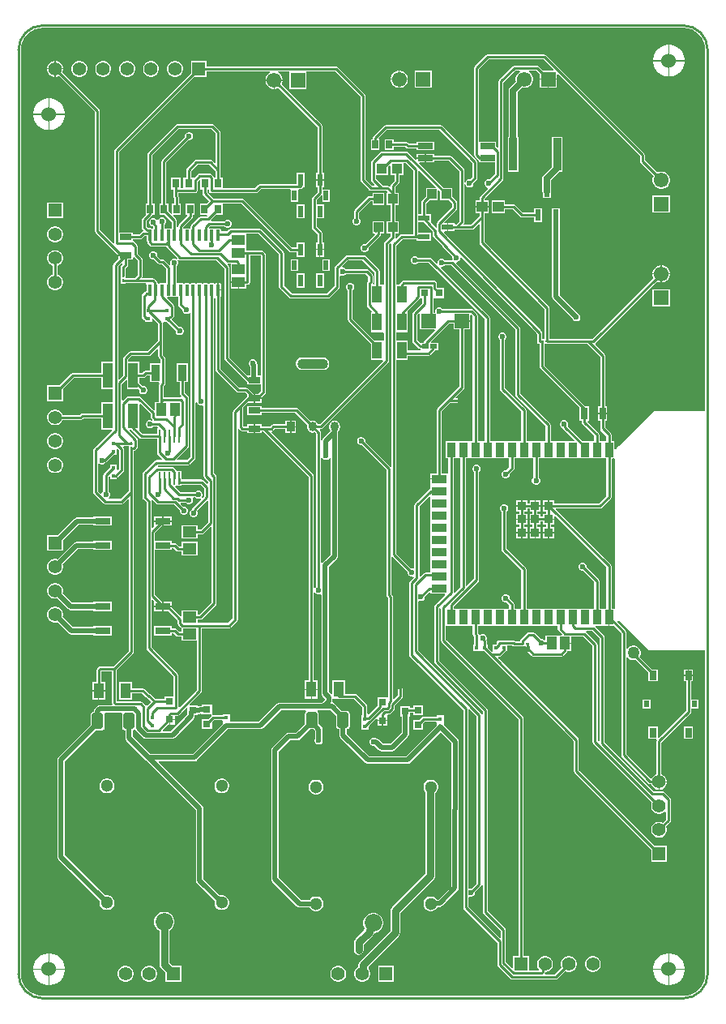
<source format=gtl>
G04*
G04 #@! TF.GenerationSoftware,Altium Limited,Altium Designer,22.1.2 (22)*
G04*
G04 Layer_Physical_Order=1*
G04 Layer_Color=255*
%FSLAX25Y25*%
%MOIN*%
G70*
G04*
G04 #@! TF.SameCoordinates,9BB02E8B-A7E0-4FF3-B7F6-0A232C0EF0B8*
G04*
G04*
G04 #@! TF.FilePolarity,Positive*
G04*
G01*
G75*
%ADD14C,0.01000*%
%ADD19R,0.02756X0.03937*%
%ADD20R,0.02362X0.02756*%
%ADD21R,0.03958X0.03961*%
%ADD22R,0.03740X0.06693*%
%ADD23R,0.05118X0.02756*%
%ADD24R,0.05906X0.05906*%
%ADD25R,0.01394X0.01034*%
%ADD26R,0.02362X0.04724*%
%ADD27R,0.01772X0.01772*%
%ADD28R,0.03347X0.13504*%
%ADD29R,0.04724X0.02362*%
%ADD30R,0.04134X0.07087*%
%ADD31R,0.04528X0.04134*%
%ADD32R,0.04331X0.06496*%
%ADD33R,0.05315X0.04331*%
%ADD34R,0.02362X0.04921*%
%ADD35R,0.01968X0.03937*%
%ADD36R,0.04331X0.05315*%
G04:AMPARAMS|DCode=37|XSize=44.88mil|YSize=64.17mil|CornerRadius=5.61mil|HoleSize=0mil|Usage=FLASHONLY|Rotation=180.000|XOffset=0mil|YOffset=0mil|HoleType=Round|Shape=RoundedRectangle|*
%AMROUNDEDRECTD37*
21,1,0.04488,0.05295,0,0,180.0*
21,1,0.03366,0.06417,0,0,180.0*
1,1,0.01122,-0.01683,0.02648*
1,1,0.01122,0.01683,0.02648*
1,1,0.01122,0.01683,-0.02648*
1,1,0.01122,-0.01683,-0.02648*
%
%ADD37ROUNDEDRECTD37*%
%ADD38R,0.03150X0.03150*%
%ADD39R,0.02756X0.01968*%
%ADD40R,0.01772X0.01772*%
G04:AMPARAMS|DCode=41|XSize=39.54mil|YSize=125.28mil|CornerRadius=17.2mil|HoleSize=0mil|Usage=FLASHONLY|Rotation=90.000|XOffset=0mil|YOffset=0mil|HoleType=Round|Shape=RoundedRectangle|*
%AMROUNDEDRECTD41*
21,1,0.03954,0.09088,0,0,90.0*
21,1,0.00514,0.12528,0,0,90.0*
1,1,0.03440,0.04544,0.00257*
1,1,0.03440,0.04544,-0.00257*
1,1,0.03440,-0.04544,-0.00257*
1,1,0.03440,-0.04544,0.00257*
%
%ADD41ROUNDEDRECTD41*%
G04:AMPARAMS|DCode=42|XSize=39.54mil|YSize=34.34mil|CornerRadius=17.17mil|HoleSize=0mil|Usage=FLASHONLY|Rotation=90.000|XOffset=0mil|YOffset=0mil|HoleType=Round|Shape=RoundedRectangle|*
%AMROUNDEDRECTD42*
21,1,0.03954,0.00000,0,0,90.0*
21,1,0.00520,0.03434,0,0,90.0*
1,1,0.03434,0.00000,0.00260*
1,1,0.03434,0.00000,-0.00260*
1,1,0.03434,0.00000,-0.00260*
1,1,0.03434,0.00000,0.00260*
%
%ADD42ROUNDEDRECTD42*%
%ADD43R,0.03434X0.03954*%
%ADD44R,0.03150X0.03150*%
%ADD45R,0.01034X0.01394*%
%ADD46R,0.01100X0.05250*%
%ADD47R,0.02559X0.03543*%
%ADD48R,0.03150X0.03740*%
%ADD49R,0.04134X0.10236*%
%ADD50R,0.05709X0.04528*%
%ADD51R,0.06496X0.02756*%
G04:AMPARAMS|DCode=52|XSize=15.75mil|YSize=47.24mil|CornerRadius=1.97mil|HoleSize=0mil|Usage=FLASHONLY|Rotation=180.000|XOffset=0mil|YOffset=0mil|HoleType=Round|Shape=RoundedRectangle|*
%AMROUNDEDRECTD52*
21,1,0.01575,0.04331,0,0,180.0*
21,1,0.01181,0.04724,0,0,180.0*
1,1,0.00394,-0.00591,0.02165*
1,1,0.00394,0.00591,0.02165*
1,1,0.00394,0.00591,-0.02165*
1,1,0.00394,-0.00591,-0.02165*
%
%ADD52ROUNDEDRECTD52*%
%ADD53R,0.06102X0.02559*%
%ADD54R,0.02756X0.05118*%
%ADD55R,0.03543X0.03543*%
%ADD56R,0.03543X0.05906*%
%ADD57R,0.05906X0.03543*%
%ADD58R,0.04469X0.04182*%
%ADD81R,0.06102X0.06102*%
%ADD82C,0.06102*%
%ADD83R,0.05512X0.05512*%
%ADD84C,0.05512*%
%ADD87R,0.05512X0.05512*%
%ADD88R,0.06102X0.06102*%
%ADD91C,0.03000*%
%ADD92C,0.02000*%
%ADD93C,0.02500*%
%ADD94C,0.06000*%
%ADD95C,0.05118*%
%ADD96C,0.07244*%
%ADD97C,0.02362*%
%ADD98C,0.05000*%
G36*
X376754Y499821D02*
X378442Y499309D01*
X379996Y498478D01*
X381359Y497359D01*
X382478Y495996D01*
X383309Y494442D01*
X383821Y492755D01*
X383989Y491043D01*
X383980Y491000D01*
Y342500D01*
X363000D01*
X348583Y328083D01*
X348114D01*
X347731Y327924D01*
X347573Y327541D01*
Y327073D01*
X347165Y326665D01*
X346666Y326873D01*
Y330008D01*
X345413D01*
Y332700D01*
X345336Y333090D01*
X345115Y333421D01*
X342760Y335776D01*
Y338441D01*
X343618D01*
Y341250D01*
X339862D01*
Y338441D01*
X340721D01*
Y335354D01*
X340798Y334963D01*
X341019Y334633D01*
X343374Y332278D01*
Y330008D01*
X342122D01*
Y330008D01*
X341665D01*
Y330008D01*
X340413D01*
Y332806D01*
X340336Y333196D01*
X340115Y333527D01*
X335701Y337941D01*
X335908Y338441D01*
X336138D01*
Y344559D01*
X334543D01*
X317920Y361182D01*
Y369983D01*
X318988D01*
X319000Y369980D01*
X335578D01*
X340721Y364838D01*
Y344559D01*
X339862D01*
Y341750D01*
X343618D01*
Y344559D01*
X342760D01*
Y365260D01*
X342682Y365650D01*
X342461Y365981D01*
X338752Y369690D01*
X338733Y370279D01*
X364247Y395794D01*
X364562Y395612D01*
X365465Y395370D01*
X365683D01*
Y398671D01*
X362382D01*
Y398454D01*
X362624Y397551D01*
X362806Y397236D01*
X337590Y372020D01*
X320020D01*
Y384800D01*
X319942Y385190D01*
X319721Y385521D01*
X293173Y412069D01*
Y422154D01*
Y423933D01*
X294917D01*
Y426250D01*
X292154D01*
X289390D01*
Y423933D01*
X291134D01*
Y422576D01*
X287578Y419020D01*
X284711D01*
X284605Y419277D01*
X284548Y419520D01*
X284742Y419810D01*
X284820Y420200D01*
Y435664D01*
X285319Y435666D01*
X285575Y435048D01*
X286048Y434575D01*
X286666Y434319D01*
X287334D01*
X287952Y434575D01*
X288425Y435048D01*
X288681Y435666D01*
Y436239D01*
X289921Y437479D01*
X290142Y437810D01*
X290220Y438200D01*
Y444900D01*
X290142Y445290D01*
X289921Y445621D01*
X275821Y459721D01*
X275490Y459942D01*
X275100Y460020D01*
X252500D01*
X252110Y459942D01*
X251779Y459721D01*
X247539Y455481D01*
X247318Y455150D01*
X247241Y454760D01*
Y454272D01*
X246481D01*
Y449728D01*
X250040D01*
Y454272D01*
X249921D01*
X249714Y454772D01*
X252922Y457980D01*
X274678D01*
X288180Y444478D01*
Y438622D01*
X287239Y437681D01*
X286666D01*
X286048Y437425D01*
X285575Y436952D01*
X285319Y436334D01*
X284820Y436336D01*
Y441600D01*
X284742Y441990D01*
X284521Y442321D01*
X279621Y447221D01*
X279290Y447442D01*
X278900Y447520D01*
X272441D01*
Y448279D01*
X269140D01*
Y446500D01*
Y444721D01*
X272441D01*
Y445480D01*
X278478D01*
X282780Y441178D01*
Y420622D01*
X281406Y419247D01*
X280906Y419455D01*
Y419681D01*
X278293D01*
Y418000D01*
Y416319D01*
X280906D01*
Y416980D01*
X288000D01*
X288390Y417058D01*
X288721Y417279D01*
X290672Y419230D01*
X291134Y419039D01*
Y411646D01*
X291212Y411256D01*
X291433Y410925D01*
X317980Y384378D01*
Y372017D01*
X317010D01*
X316998Y372020D01*
X316820D01*
Y374600D01*
X316782Y374790D01*
X316745Y374982D01*
X316743Y374986D01*
X316742Y374990D01*
X316634Y375152D01*
X316527Y375315D01*
X276649Y415858D01*
X276842Y416319D01*
X277793D01*
Y418000D01*
Y419681D01*
X276862D01*
X276671Y420143D01*
X281721Y425193D01*
X281942Y425524D01*
X282020Y425914D01*
Y428132D01*
X281942Y428522D01*
X281721Y428853D01*
X279934Y430640D01*
Y434160D01*
X276418D01*
X266319Y444258D01*
X266510Y444721D01*
X268640D01*
Y446250D01*
X265339D01*
Y445892D01*
X264877Y445701D01*
X261757Y448821D01*
X261426Y449042D01*
X261036Y449120D01*
X250800D01*
X250410Y449042D01*
X250079Y448821D01*
X246779Y445521D01*
X246558Y445190D01*
X246480Y444800D01*
Y437600D01*
X246558Y437210D01*
X246779Y436879D01*
X247976Y435681D01*
X247785Y435220D01*
X246822D01*
X244220Y437822D01*
Y472100D01*
X244142Y472490D01*
X243921Y472821D01*
X232797Y483945D01*
X232466Y484166D01*
X232076Y484244D01*
X178941D01*
Y486480D01*
X172429D01*
Y481410D01*
X141179Y450160D01*
X140958Y449830D01*
X140880Y449439D01*
Y411688D01*
X140669Y411541D01*
X140398Y411464D01*
X135020Y416842D01*
Y465854D01*
X134942Y466245D01*
X134721Y466575D01*
X119541Y481755D01*
X119664Y481968D01*
X119886Y482796D01*
Y482974D01*
X116880D01*
Y479969D01*
X117059D01*
X117887Y480190D01*
X118099Y480313D01*
X132980Y465432D01*
Y416420D01*
X133058Y416029D01*
X133279Y415699D01*
X142208Y406770D01*
X145500D01*
Y406270D01*
X142441D01*
Y404903D01*
X140679Y403141D01*
X140458Y402810D01*
X140380Y402420D01*
Y362764D01*
X135716D01*
Y358165D01*
X123949D01*
X123559Y358088D01*
X123228Y357867D01*
X118381Y353020D01*
X113311D01*
Y346508D01*
X119823D01*
Y351578D01*
X124371Y356126D01*
X135716D01*
Y351528D01*
X140380D01*
Y346158D01*
X135716D01*
Y341559D01*
X127718D01*
X127328Y341481D01*
X126997Y341260D01*
X126678Y340941D01*
X119665D01*
X119601Y341178D01*
X119172Y341920D01*
X118566Y342527D01*
X117824Y342955D01*
X116996Y343177D01*
X116138D01*
X115310Y342955D01*
X114568Y342527D01*
X113962Y341920D01*
X113533Y341178D01*
X113311Y340350D01*
Y339493D01*
X113533Y338665D01*
X113962Y337922D01*
X114568Y337316D01*
X115310Y336887D01*
X116138Y336665D01*
X116996D01*
X117824Y336887D01*
X118566Y337316D01*
X119172Y337922D01*
X119601Y338665D01*
X119665Y338902D01*
X127100D01*
X127490Y338979D01*
X127821Y339200D01*
X128140Y339520D01*
X135716D01*
Y334921D01*
X139772D01*
X139979Y334421D01*
X132598Y327040D01*
X132377Y326709D01*
X132299Y326319D01*
Y309081D01*
X132377Y308691D01*
X132598Y308360D01*
X136379Y304579D01*
X136710Y304358D01*
X137100Y304280D01*
X144000D01*
X144390Y304358D01*
X144721Y304579D01*
X146519Y306377D01*
X146980Y306185D01*
Y243822D01*
X140578Y237420D01*
X135050D01*
X134660Y237342D01*
X134329Y237121D01*
X133744Y236535D01*
X133523Y236204D01*
X133445Y235814D01*
Y231248D01*
X131799D01*
Y227750D01*
X134465D01*
X137130D01*
Y231248D01*
X135484D01*
Y235380D01*
X139980D01*
Y222586D01*
X140058Y222196D01*
X140169Y222029D01*
X139950Y221529D01*
X134843D01*
X134258Y221413D01*
X133762Y221081D01*
X132962Y220281D01*
X132630Y219785D01*
X132514Y219200D01*
Y218729D01*
X132360D01*
X131946Y218647D01*
X131595Y218413D01*
X131361Y218062D01*
X131279Y217648D01*
Y213433D01*
X117919Y200074D01*
X117587Y199577D01*
X117471Y198992D01*
Y159252D01*
X117587Y158667D01*
X117919Y158171D01*
X134923Y141166D01*
X134819Y140777D01*
Y139971D01*
X135027Y139193D01*
X135430Y138496D01*
X136000Y137926D01*
X136697Y137523D01*
X137475Y137315D01*
X138281D01*
X139059Y137523D01*
X139756Y137926D01*
X140326Y138496D01*
X140729Y139193D01*
X140937Y139971D01*
Y140777D01*
X140729Y141555D01*
X140326Y142252D01*
X139756Y142822D01*
X139059Y143225D01*
X138281Y143433D01*
X137475D01*
X137086Y143329D01*
X120529Y159886D01*
Y198359D01*
X133441Y211271D01*
X135726D01*
X136141Y211353D01*
X136491Y211587D01*
X136726Y211938D01*
X136808Y212352D01*
Y217648D01*
X136744Y217971D01*
X136920Y218303D01*
X137054Y218471D01*
X143946D01*
X144080Y218303D01*
X144256Y217971D01*
X144192Y217648D01*
Y212352D01*
X144274Y211938D01*
X144509Y211587D01*
X144860Y211353D01*
X145273Y211271D01*
X145427D01*
Y208043D01*
X145544Y207458D01*
X145875Y206962D01*
X153919Y198919D01*
X153919Y198918D01*
X174471Y178366D01*
Y149496D01*
X174587Y148911D01*
X174919Y148415D01*
X182167Y141166D01*
X182063Y140777D01*
Y139971D01*
X182271Y139193D01*
X182674Y138496D01*
X183244Y137926D01*
X183941Y137523D01*
X184719Y137315D01*
X185525D01*
X186303Y137523D01*
X187000Y137926D01*
X187570Y138496D01*
X187973Y139193D01*
X188181Y139971D01*
Y140777D01*
X187973Y141555D01*
X187570Y142252D01*
X187000Y142822D01*
X186303Y143225D01*
X185525Y143433D01*
X184719D01*
X184330Y143329D01*
X177529Y150129D01*
Y179000D01*
X177413Y179585D01*
X177081Y180081D01*
X159154Y198009D01*
X159346Y198471D01*
X173823D01*
X174408Y198587D01*
X174904Y198919D01*
X187634Y211648D01*
X201000D01*
X201585Y211764D01*
X202081Y212096D01*
X209456Y219471D01*
X219574D01*
X219725Y218971D01*
X219639Y218913D01*
X219404Y218562D01*
X219322Y218148D01*
Y213933D01*
X215562Y210174D01*
X212644D01*
X212059Y210057D01*
X211563Y209725D01*
X205919Y204081D01*
X205587Y203585D01*
X205471Y203000D01*
Y150000D01*
X205587Y149415D01*
X205919Y148919D01*
X216045Y138793D01*
X216541Y138461D01*
X217126Y138345D01*
X221229D01*
X221430Y137996D01*
X222000Y137426D01*
X222697Y137023D01*
X223475Y136815D01*
X224281D01*
X225059Y137023D01*
X225756Y137426D01*
X226326Y137996D01*
X226729Y138693D01*
X226937Y139471D01*
Y140277D01*
X226729Y141055D01*
X226326Y141752D01*
X225756Y142322D01*
X225059Y142725D01*
X224281Y142933D01*
X223475D01*
X222697Y142725D01*
X222000Y142322D01*
X221430Y141752D01*
X221229Y141403D01*
X217759D01*
X208529Y150634D01*
Y202366D01*
X213278Y207115D01*
X216195D01*
X216780Y207231D01*
X217277Y207563D01*
X221485Y211771D01*
X222689D01*
X223471Y210988D01*
Y207701D01*
X223319Y207334D01*
Y206666D01*
X223575Y206048D01*
X224048Y205575D01*
X224666Y205319D01*
X225334D01*
X225952Y205575D01*
X226425Y206048D01*
X226681Y206666D01*
Y207334D01*
X226529Y207701D01*
Y211622D01*
X226413Y212207D01*
X226081Y212703D01*
X224851Y213933D01*
Y218148D01*
X224769Y218562D01*
X224535Y218913D01*
X224448Y218971D01*
X224600Y219471D01*
X229831D01*
X232235Y217067D01*
Y212852D01*
X232317Y212438D01*
X232552Y212087D01*
X232903Y211853D01*
X233317Y211771D01*
X233508D01*
Y209291D01*
X233624Y208706D01*
X233956Y208210D01*
X244247Y197919D01*
X244743Y197587D01*
X245328Y197471D01*
X261500D01*
X262085Y197587D01*
X262581Y197919D01*
X275146Y210483D01*
X279652Y205977D01*
Y179182D01*
X279587Y179085D01*
X279471Y178500D01*
Y146966D01*
X274129Y141624D01*
X273644D01*
X273570Y141752D01*
X273000Y142322D01*
X272303Y142725D01*
X271525Y142933D01*
X270719D01*
X269941Y142725D01*
X269244Y142322D01*
X268674Y141752D01*
X268271Y141055D01*
X268063Y140277D01*
Y139471D01*
X268271Y138693D01*
X268674Y137996D01*
X269244Y137426D01*
X269941Y137023D01*
X270719Y136815D01*
X271525D01*
X272303Y137023D01*
X273000Y137426D01*
X273570Y137996D01*
X273899Y138566D01*
X274763D01*
X275348Y138682D01*
X275844Y139014D01*
X282081Y145251D01*
X282413Y145747D01*
X282529Y146332D01*
Y177999D01*
X282594Y178096D01*
X282710Y178681D01*
Y206610D01*
X282594Y207196D01*
X282262Y207692D01*
X276386Y213568D01*
Y214055D01*
X276386Y214177D01*
Y214555D01*
X276386Y214677D01*
Y217327D01*
X273614D01*
Y216961D01*
X268308D01*
X268261Y216951D01*
X267923Y217394D01*
X267923Y217720D01*
Y221461D01*
X263773D01*
Y220405D01*
X262697D01*
Y221075D01*
X258548D01*
Y216925D01*
X259093D01*
Y210256D01*
X254502Y205665D01*
X251426D01*
X249509Y207581D01*
X249013Y207913D01*
X248427Y208029D01*
X248274Y207999D01*
X247834Y208181D01*
X247166D01*
X246548Y207925D01*
X246075Y207452D01*
X245819Y206834D01*
Y206166D01*
X246075Y205548D01*
X246548Y205075D01*
X247166Y204819D01*
X247834D01*
X247913Y204852D01*
X249711Y203054D01*
X250207Y202722D01*
X250792Y202606D01*
X255135D01*
X255720Y202722D01*
X256217Y203054D01*
X261704Y208541D01*
X262035Y209037D01*
X262152Y209622D01*
Y216925D01*
X262697D01*
Y218366D01*
X263773D01*
Y217311D01*
X267457D01*
X267467Y217311D01*
X267467Y217311D01*
X267702Y217311D01*
X267811Y216811D01*
X267587Y216662D01*
X266481Y215555D01*
X263773D01*
Y211406D01*
X267923D01*
Y214113D01*
X268731Y214921D01*
X273261D01*
X273614Y214568D01*
Y214177D01*
X273614Y214055D01*
Y213417D01*
X273587Y213377D01*
X273555Y213218D01*
X260866Y200529D01*
X245962D01*
X236566Y209925D01*
Y211771D01*
X236683D01*
X237097Y211853D01*
X237448Y212087D01*
X237683Y212438D01*
X237765Y212852D01*
Y218148D01*
X237683Y218562D01*
X237448Y218913D01*
X237097Y219147D01*
X236683Y219229D01*
X234398D01*
X231546Y222081D01*
X231050Y222413D01*
X231027Y222417D01*
X230667Y222999D01*
X230701Y223172D01*
Y224252D01*
X232698D01*
X232838Y224158D01*
X233228Y224080D01*
X239578D01*
X242980Y220678D01*
Y217327D01*
X242614D01*
Y214555D01*
X242614Y214555D01*
Y214177D01*
X242614D01*
X242614Y214055D01*
Y211406D01*
X245386D01*
Y212735D01*
X245866Y213216D01*
X246043Y213334D01*
X248637Y215928D01*
X249099Y215736D01*
Y215510D01*
X253248D01*
Y217335D01*
X253620Y217646D01*
X253784D01*
X254174Y217723D01*
X254505Y217944D01*
X255969Y219409D01*
X256190Y219740D01*
X256268Y220130D01*
Y221437D01*
X259221Y224390D01*
X259442Y224721D01*
X259520Y225111D01*
Y229000D01*
X259442Y229390D01*
X259221Y229721D01*
X258890Y229942D01*
X258500Y230020D01*
X258110Y229942D01*
X257779Y229721D01*
X257558Y229390D01*
X257480Y229000D01*
Y225534D01*
X256017Y224071D01*
X255555Y224262D01*
Y266061D01*
X255478Y266451D01*
X255257Y266782D01*
X254820Y267219D01*
Y282453D01*
X255149Y282606D01*
X255320Y282625D01*
X261519Y276426D01*
Y275852D01*
X261775Y275234D01*
X262248Y274761D01*
X262866Y274505D01*
X263534D01*
X264026Y274168D01*
X264054Y274063D01*
X262598Y272608D01*
X262377Y272277D01*
X262299Y271887D01*
Y242181D01*
X262377Y241791D01*
X262598Y241460D01*
X284480Y219578D01*
Y138331D01*
X284558Y137941D01*
X284779Y137610D01*
X298480Y123909D01*
Y114823D01*
X298558Y114433D01*
X298779Y114102D01*
X303724Y109157D01*
X304055Y108936D01*
X304445Y108858D01*
X313809D01*
X313810Y108858D01*
X314200Y108780D01*
X322587D01*
X322978Y108858D01*
X323308Y109079D01*
X326452Y112223D01*
X326664Y112100D01*
X327492Y111878D01*
X328350D01*
X329178Y112100D01*
X329920Y112528D01*
X330527Y113135D01*
X330955Y113877D01*
X331177Y114705D01*
Y115562D01*
X330955Y116391D01*
X330527Y117133D01*
X329920Y117739D01*
X329178Y118168D01*
X328350Y118390D01*
X327492D01*
X326664Y118168D01*
X325922Y117739D01*
X325316Y117133D01*
X324887Y116391D01*
X324665Y115562D01*
Y114705D01*
X324887Y113877D01*
X325010Y113664D01*
X322165Y110820D01*
X318149D01*
X318003Y111320D01*
X318172Y111574D01*
X318233Y111878D01*
X318508D01*
X319336Y112100D01*
X320078Y112528D01*
X320684Y113135D01*
X321113Y113877D01*
X321335Y114705D01*
Y115562D01*
X321113Y116391D01*
X320684Y117133D01*
X320078Y117739D01*
X319336Y118168D01*
X318508Y118390D01*
X317650D01*
X316822Y118168D01*
X316080Y117739D01*
X315473Y117133D01*
X315045Y116391D01*
X314823Y115562D01*
Y114705D01*
X315045Y113877D01*
X315473Y113135D01*
X315711Y112898D01*
X315504Y112398D01*
X311492D01*
Y118390D01*
X309256D01*
Y216264D01*
X309178Y216654D01*
X308957Y216985D01*
X277373Y248569D01*
Y254205D01*
X281622D01*
X281665Y254205D01*
X282122D01*
X282166Y254205D01*
X286622D01*
X286666Y254205D01*
X287122D01*
X287165Y254205D01*
X288374D01*
Y250856D01*
X288452Y250466D01*
X288673Y250135D01*
X288906Y249903D01*
Y246614D01*
X288539D01*
Y243843D01*
X291311D01*
Y243843D01*
X291689D01*
Y243843D01*
X293019D01*
X295215Y241647D01*
X329980Y206881D01*
Y194472D01*
X330058Y194082D01*
X330279Y193751D01*
X361744Y162286D01*
Y157217D01*
X368256D01*
Y163728D01*
X363186D01*
X332020Y194895D01*
Y207303D01*
X331942Y207693D01*
X331721Y208024D01*
X298859Y240886D01*
X299050Y241348D01*
X299200D01*
X299590Y241426D01*
X299921Y241647D01*
X301796Y243521D01*
X302010Y243843D01*
X302461D01*
Y246180D01*
X304643D01*
X304879Y245944D01*
X305210Y245723D01*
X305600Y245646D01*
X308999D01*
X309011Y245648D01*
X310054D01*
X310105Y244960D01*
X310058Y244890D01*
X309980Y244500D01*
X310058Y244110D01*
X310279Y243779D01*
X310610Y243558D01*
X310849Y243511D01*
X312480Y241879D01*
X312811Y241658D01*
X313201Y241580D01*
X324856D01*
X325246Y241658D01*
X325577Y241879D01*
X326977Y243279D01*
X327198Y243610D01*
X327244Y243843D01*
X328921D01*
Y246750D01*
X326256D01*
Y247250D01*
X328921D01*
Y249880D01*
X333778D01*
X337680Y245978D01*
Y206457D01*
X337758Y206067D01*
X337979Y205736D01*
X362089Y181627D01*
X361966Y181414D01*
X361744Y180586D01*
Y179729D01*
X361966Y178901D01*
X362395Y178158D01*
X363001Y177552D01*
X363743Y177123D01*
X364571Y176901D01*
X365429D01*
X366257Y177123D01*
X366999Y177552D01*
X367280Y177833D01*
X367780Y177626D01*
Y174537D01*
X366469Y173226D01*
X366257Y173349D01*
X365429Y173571D01*
X364571D01*
X363743Y173349D01*
X363001Y172920D01*
X362395Y172314D01*
X361966Y171572D01*
X361744Y170744D01*
Y169886D01*
X361966Y169058D01*
X362395Y168316D01*
X363001Y167710D01*
X363743Y167281D01*
X364571Y167059D01*
X365429D01*
X366257Y167281D01*
X366999Y167710D01*
X367605Y168316D01*
X368034Y169058D01*
X368256Y169886D01*
Y170744D01*
X368034Y171572D01*
X367911Y171784D01*
X369521Y173394D01*
X369742Y173725D01*
X369820Y174115D01*
Y182700D01*
X369742Y183090D01*
X369521Y183421D01*
X367121Y185821D01*
X366790Y186042D01*
X366400Y186120D01*
X362722D01*
X342520Y206322D01*
Y249600D01*
X342442Y249990D01*
X342221Y250321D01*
X338837Y253705D01*
X338988Y254164D01*
X339020Y254205D01*
X341622D01*
X341666Y254205D01*
X342122D01*
X342165Y254205D01*
X344144D01*
Y257657D01*
X344644D01*
Y254205D01*
X346405D01*
X349480Y251129D01*
Y201000D01*
X349558Y200610D01*
X349779Y200279D01*
X360609Y189449D01*
X360940Y189228D01*
X361330Y189151D01*
X361857D01*
X361966Y188743D01*
X362395Y188001D01*
X363001Y187395D01*
X363743Y186966D01*
X364571Y186744D01*
X364750D01*
Y190000D01*
X365000D01*
Y190250D01*
X368256D01*
Y190429D01*
X368034Y191257D01*
X367605Y191999D01*
X366999Y192605D01*
X366257Y193034D01*
X366020Y193098D01*
Y206218D01*
X377847Y218045D01*
X378068Y218376D01*
X378146Y218766D01*
Y220122D01*
X381366D01*
Y223878D01*
X378146D01*
Y231343D01*
X379004D01*
Y233561D01*
X377126D01*
X375248D01*
Y231343D01*
X376106D01*
Y219188D01*
X364937Y208019D01*
X364437Y208226D01*
Y212657D01*
X360681D01*
Y207720D01*
X363931D01*
X364024Y207625D01*
X364185Y207221D01*
X364058Y207030D01*
X363980Y206640D01*
Y193098D01*
X363743Y193034D01*
X363001Y192605D01*
X362395Y191999D01*
X362117Y191517D01*
X361530Y191422D01*
X361515Y191427D01*
X351520Y201422D01*
Y241162D01*
X352020Y241296D01*
X352099Y241158D01*
X352658Y240599D01*
X353342Y240204D01*
X354105Y240000D01*
X354895D01*
X355387Y240132D01*
X360681Y234838D01*
Y231343D01*
X364437D01*
Y236280D01*
X362123D01*
X357027Y241376D01*
X357296Y241842D01*
X357500Y242605D01*
Y243395D01*
X357296Y244158D01*
X356901Y244842D01*
X356342Y245401D01*
X355658Y245796D01*
X354895Y246000D01*
X354105D01*
X353342Y245796D01*
X352658Y245401D01*
X352099Y244842D01*
X352020Y244704D01*
X351520Y244838D01*
Y251551D01*
X351442Y251941D01*
X351221Y252272D01*
X347749Y255744D01*
X348032Y256168D01*
X348114Y256134D01*
X348866D01*
X361000Y244000D01*
X383980D01*
Y111000D01*
X383989Y110957D01*
X383821Y109246D01*
X383309Y107558D01*
X382478Y106004D01*
X381359Y104641D01*
X379996Y103522D01*
X378442Y102691D01*
X376754Y102180D01*
X375043Y102011D01*
X375000Y102020D01*
X111500D01*
X111457Y102011D01*
X109746Y102180D01*
X108058Y102691D01*
X106504Y103522D01*
X105141Y104641D01*
X104022Y106004D01*
X103191Y107558D01*
X102680Y109246D01*
X102511Y110957D01*
X102520Y111000D01*
Y491000D01*
X102511Y491043D01*
X102680Y492755D01*
X103191Y494442D01*
X104022Y495996D01*
X105141Y497359D01*
X106504Y498478D01*
X108058Y499309D01*
X109746Y499821D01*
X111457Y499989D01*
X111500Y499980D01*
X375000D01*
X375043Y499989D01*
X376754Y499821D01*
D02*
G37*
G36*
X242180Y471678D02*
Y437400D01*
X242258Y437010D01*
X242479Y436679D01*
X245679Y433479D01*
X246010Y433258D01*
X246400Y433180D01*
X250576D01*
X250610Y433158D01*
X251000Y433080D01*
X251390Y433158D01*
X251424Y433180D01*
X252837D01*
X253311Y432707D01*
X253119Y432245D01*
X252981D01*
Y427283D01*
X254440D01*
Y420481D01*
X252981D01*
Y415519D01*
X254440D01*
Y414382D01*
X252179Y412121D01*
X251958Y411790D01*
X251880Y411400D01*
Y394933D01*
X251614Y394543D01*
X250067D01*
Y400000D01*
X249990Y400390D01*
X249769Y400721D01*
X244169Y406321D01*
X243838Y406542D01*
X243448Y406620D01*
X236800D01*
X236410Y406542D01*
X236079Y406321D01*
X231879Y402121D01*
X231658Y401790D01*
X231580Y401400D01*
Y394022D01*
X228378Y390820D01*
X213922D01*
X210720Y394022D01*
Y407400D01*
X210642Y407790D01*
X210421Y408121D01*
X201321Y417221D01*
X200990Y417442D01*
X200600Y417520D01*
X188800D01*
X188410Y417442D01*
X188079Y417221D01*
X187178Y416320D01*
X184876D01*
Y416886D01*
X184822Y417158D01*
X184668Y417388D01*
X184437Y417542D01*
X184165Y417596D01*
X182984D01*
X182712Y417542D01*
X182482Y417388D01*
X182109D01*
X181878Y417542D01*
X181606Y417596D01*
X180425D01*
X180230Y417557D01*
X179936Y417704D01*
X179756Y417837D01*
X179733Y418034D01*
X180179Y418480D01*
X186142D01*
X186548Y418075D01*
X187166Y417819D01*
X187834D01*
X188452Y418075D01*
X188925Y418548D01*
X189181Y419166D01*
Y419834D01*
X188925Y420452D01*
X188452Y420925D01*
X187834Y421181D01*
X187166D01*
X186548Y420925D01*
X186142Y420520D01*
X180818D01*
X180611Y421020D01*
X182820Y423228D01*
X185429D01*
Y427772D01*
X185925Y427780D01*
X193078D01*
X212779Y408079D01*
X213110Y407858D01*
X213500Y407780D01*
X215882D01*
Y405937D01*
X219244D01*
Y411858D01*
X215882D01*
Y409820D01*
X213922D01*
X194221Y429521D01*
X193890Y429742D01*
X193500Y429820D01*
X181910D01*
X179307Y432422D01*
Y433630D01*
X179880D01*
Y433000D01*
X179958Y432610D01*
X180179Y432279D01*
X180510Y432058D01*
X180900Y431980D01*
X199100D01*
X199490Y432058D01*
X199821Y432279D01*
X201222Y433680D01*
X213107D01*
X213520Y433468D01*
X213520Y433180D01*
Y428532D01*
X216488D01*
Y433180D01*
X216488Y433468D01*
X216900Y433680D01*
X217563D01*
X217953Y433758D01*
X218284Y433979D01*
X218505Y434310D01*
X218530Y434437D01*
X219244D01*
Y440358D01*
X215882D01*
Y435720D01*
X200800D01*
X200410Y435642D01*
X200079Y435421D01*
X198678Y434020D01*
X185678D01*
Y438370D01*
X184622D01*
Y441600D01*
Y457200D01*
X184545Y457590D01*
X184324Y457921D01*
X182024Y460221D01*
X181693Y460442D01*
X181303Y460520D01*
X166900D01*
X166510Y460442D01*
X166179Y460221D01*
X154925Y448967D01*
X154704Y448636D01*
X154626Y448246D01*
Y427772D01*
X153866D01*
Y423228D01*
X153866Y423228D01*
X153866D01*
X153566Y422870D01*
X152598Y421902D01*
X152377Y421571D01*
X152299Y421181D01*
Y417900D01*
X152377Y417510D01*
X152598Y417179D01*
X152908Y416869D01*
X152707Y416363D01*
X152506Y416323D01*
X152175Y416102D01*
X151093Y415020D01*
X148559D01*
Y415878D01*
X142920D01*
Y449017D01*
X173871Y479969D01*
X178941D01*
Y482205D01*
X204972D01*
X205106Y481705D01*
X204477Y481342D01*
X203816Y480681D01*
X203348Y479871D01*
X203106Y478968D01*
Y478750D01*
X206657D01*
X210209D01*
Y478968D01*
X209967Y479871D01*
X209499Y480681D01*
X208838Y481342D01*
X208209Y481705D01*
X208343Y482205D01*
X212512D01*
X212949Y482051D01*
X212949Y481705D01*
Y474949D01*
X220051D01*
Y481705D01*
X220051Y482051D01*
X220487Y482205D01*
X231653D01*
X242180Y471678D01*
D02*
G37*
G36*
X182583Y456778D02*
Y444715D01*
X182121Y444523D01*
X181124Y445521D01*
X180793Y445742D01*
X180403Y445820D01*
X174653D01*
X174263Y445742D01*
X173932Y445521D01*
X170732Y442321D01*
X170511Y441990D01*
X170433Y441600D01*
Y438370D01*
X169378D01*
Y434120D01*
X168213D01*
Y438370D01*
X164063D01*
Y433630D01*
X165118D01*
Y430803D01*
X165196Y430413D01*
X165417Y430082D01*
X165421Y430078D01*
Y427772D01*
X164662D01*
Y423842D01*
X164162Y423635D01*
X163134Y424662D01*
Y427772D01*
X162374D01*
Y444732D01*
X171461Y453819D01*
X172034D01*
X172652Y454075D01*
X173125Y454548D01*
X173381Y455166D01*
Y455834D01*
X173125Y456452D01*
X172652Y456925D01*
X172034Y457181D01*
X171366D01*
X170748Y456925D01*
X170275Y456452D01*
X170019Y455834D01*
Y455261D01*
X160633Y445875D01*
X160412Y445545D01*
X160335Y445154D01*
Y427772D01*
X159575D01*
Y423228D01*
X161684D01*
X164642Y420271D01*
Y417620D01*
X164368Y417478D01*
X164149Y417419D01*
X163965Y417542D01*
X163693Y417596D01*
X162512D01*
X162240Y417542D01*
X162017Y417393D01*
X161965Y417407D01*
X161541Y417588D01*
Y419164D01*
X161925Y419548D01*
X162181Y420166D01*
Y420834D01*
X161925Y421452D01*
X161452Y421925D01*
X160834Y422181D01*
X160166D01*
X159548Y421925D01*
X159075Y421452D01*
X158917Y421071D01*
X158710Y421021D01*
X158357Y421021D01*
X157952Y421425D01*
X157334Y421681D01*
X156666D01*
X156048Y421425D01*
X155575Y420952D01*
X155319Y420334D01*
Y419666D01*
X155575Y419048D01*
X156048Y418575D01*
X156666Y418319D01*
X156871D01*
X156965Y418225D01*
Y417620D01*
X156691Y417478D01*
X156472Y417419D01*
X156288Y417542D01*
X156081Y417583D01*
X155815Y417761D01*
X155425Y417838D01*
X154822D01*
X154338Y418322D01*
Y420759D01*
X156367Y422787D01*
X156588Y423118D01*
X156610Y423228D01*
X157425D01*
Y427772D01*
X156665D01*
Y447823D01*
X167322Y458480D01*
X180880D01*
X182583Y456778D01*
D02*
G37*
G36*
Y441178D02*
Y438370D01*
X181920D01*
Y438400D01*
X181842Y438790D01*
X181621Y439121D01*
X180821Y439921D01*
X180490Y440142D01*
X180100Y440220D01*
X176000D01*
X175610Y440142D01*
X175279Y439921D01*
X173941Y438583D01*
X173528Y438370D01*
Y438370D01*
X173528Y438370D01*
X172472D01*
Y441178D01*
X175075Y443780D01*
X179981D01*
X182583Y441178D01*
D02*
G37*
G36*
X254476Y443277D02*
Y439441D01*
X256191D01*
Y437173D01*
X254738Y435721D01*
X254517Y435390D01*
X254468Y435141D01*
X254088Y434963D01*
X253940Y434948D01*
X253650Y435142D01*
X253259Y435220D01*
X251322D01*
X248520Y438022D01*
Y439441D01*
X253524D01*
Y442978D01*
X254014Y443468D01*
X254476Y443277D01*
D02*
G37*
G36*
X273072Y434622D02*
X272881Y434160D01*
X269067D01*
Y430640D01*
X267480Y429054D01*
X267259Y428723D01*
X267181Y428333D01*
Y423421D01*
X265820D01*
Y441221D01*
X266282Y441412D01*
X273072Y434622D01*
D02*
G37*
G36*
X274976Y432718D02*
Y429198D01*
X278491D01*
X279980Y427710D01*
Y426336D01*
X273960Y420316D01*
X273739Y419985D01*
X273662Y419595D01*
Y418238D01*
X273643Y418070D01*
X273452Y417946D01*
X273231Y417872D01*
X273155Y417861D01*
X271063Y420135D01*
Y423421D01*
X269220D01*
Y427910D01*
X270509Y429198D01*
X274024D01*
Y433016D01*
X274486Y433208D01*
X274976Y432718D01*
D02*
G37*
G36*
X176213Y437318D02*
Y433630D01*
X177268D01*
Y432000D01*
X177346Y431610D01*
X177567Y431279D01*
X179922Y428923D01*
X178771Y427772D01*
X176162D01*
Y423228D01*
X178898D01*
X179148Y422728D01*
X178991Y422520D01*
X176500D01*
X176110Y422442D01*
X175779Y422221D01*
X172618Y419060D01*
X172397Y418729D01*
X172319Y418339D01*
Y417620D01*
X172045Y417478D01*
X171827Y417419D01*
X171642Y417542D01*
X171370Y417596D01*
X170189D01*
X169917Y417542D01*
X169732Y417419D01*
X169515Y417477D01*
X169285Y417596D01*
X169245Y418083D01*
X172871Y421708D01*
X173092Y422039D01*
X173169Y422429D01*
Y423228D01*
X173929D01*
Y427772D01*
X170370D01*
Y423228D01*
X170833D01*
X171007Y422728D01*
X167499Y419221D01*
X167278Y418890D01*
X167201Y418500D01*
Y418164D01*
X166941Y418014D01*
X166681Y418164D01*
Y420693D01*
X166603Y421083D01*
X166382Y421414D01*
X165068Y422728D01*
X165275Y423228D01*
X168220D01*
Y427772D01*
X167461D01*
Y430500D01*
X167383Y430890D01*
X167162Y431221D01*
X167157Y431225D01*
Y432080D01*
X174100D01*
X174490Y432158D01*
X174821Y432379D01*
X175042Y432710D01*
X175120Y433100D01*
Y436878D01*
X175751Y437509D01*
X176213Y437318D01*
D02*
G37*
G36*
X263780Y441478D02*
Y415279D01*
X259200D01*
X258810Y415202D01*
X258479Y414981D01*
X256994Y413495D01*
X256895Y413512D01*
X256479Y413959D01*
Y415519D01*
X257938D01*
Y420481D01*
X256479D01*
Y427283D01*
X257938D01*
Y432245D01*
X256479D01*
Y434578D01*
X257931Y436030D01*
X258152Y436361D01*
X258230Y436751D01*
Y439441D01*
X259945D01*
Y444470D01*
X260788D01*
X263780Y441478D01*
D02*
G37*
G36*
X271985Y416121D02*
X271936Y414949D01*
X271997Y414555D01*
X272204Y414216D01*
X280019Y405721D01*
Y405066D01*
X280053Y404983D01*
X279947Y404771D01*
X279704Y404520D01*
X276977D01*
X276571Y404925D01*
X275953Y405181D01*
X275285D01*
X274667Y404925D01*
X274194Y404452D01*
X273938Y403834D01*
Y403405D01*
X273438Y403198D01*
X271415Y405221D01*
X271084Y405442D01*
X270694Y405520D01*
X265858D01*
X265452Y405925D01*
X264834Y406181D01*
X264166D01*
X263548Y405925D01*
X263075Y405452D01*
X262819Y404834D01*
Y404166D01*
X263075Y403548D01*
X263548Y403075D01*
X264166Y402819D01*
X264834D01*
X265452Y403075D01*
X265858Y403480D01*
X270271D01*
X293374Y380378D01*
Y330008D01*
X292165D01*
X292122Y330008D01*
X291666D01*
X291622Y330008D01*
X290413D01*
Y381902D01*
X290336Y382292D01*
X290115Y382623D01*
X288564Y384174D01*
X288233Y384395D01*
X287843Y384472D01*
X276005D01*
X275600Y384878D01*
X274982Y385134D01*
X274313D01*
X273695Y384878D01*
X273222Y384405D01*
X272966Y383787D01*
Y383118D01*
X272855Y382953D01*
X272142D01*
Y388523D01*
X272378Y388925D01*
X276528D01*
Y393075D01*
X273820D01*
X273642Y393253D01*
Y395075D01*
X273564Y395465D01*
X273343Y395796D01*
X273012Y396017D01*
X272622Y396094D01*
X260000D01*
X259610Y396017D01*
X259279Y395796D01*
X258366Y394883D01*
X258145Y394552D01*
X258143Y394543D01*
X257020D01*
Y410638D01*
X259622Y413240D01*
X265339D01*
Y412579D01*
X271063D01*
Y415941D01*
X265820D01*
Y420059D01*
X268362D01*
X271985Y416121D01*
D02*
G37*
G36*
X154124Y412555D02*
X154178Y412283D01*
X154332Y412053D01*
X154406Y412004D01*
Y412000D01*
X154483Y411610D01*
X154704Y411279D01*
X155504Y410479D01*
X155835Y410258D01*
X156225Y410180D01*
X162126D01*
X162160Y410007D01*
X162381Y409677D01*
X166744Y405313D01*
X166475Y404925D01*
X165857Y405181D01*
X165188D01*
X164570Y404925D01*
X164098Y404452D01*
X163842Y403834D01*
Y403166D01*
X163954Y402895D01*
X163530Y402612D01*
X161503Y404639D01*
X161172Y404860D01*
X160782Y404938D01*
X160004D01*
X158681Y406261D01*
Y406834D01*
X158425Y407452D01*
X157952Y407925D01*
X157334Y408181D01*
X156666D01*
X156048Y407925D01*
X155575Y407452D01*
X155319Y406834D01*
Y406166D01*
X155575Y405548D01*
X156048Y405075D01*
X156666Y404819D01*
X157239D01*
X158861Y403197D01*
X159191Y402977D01*
X159581Y402899D01*
X160359D01*
X162083Y401175D01*
Y395179D01*
X161809Y395037D01*
X161590Y394978D01*
X161406Y395101D01*
X161134Y395156D01*
X159953D01*
X159681Y395101D01*
X159450Y394947D01*
X159077D01*
X158847Y395101D01*
X158711Y395128D01*
X158639Y395493D01*
X158418Y395824D01*
X157521Y396721D01*
X157190Y396942D01*
X156800Y397020D01*
X152639D01*
X152372Y397520D01*
X152411Y397579D01*
X152489Y397970D01*
Y401397D01*
X152520Y401550D01*
Y404650D01*
X152442Y405040D01*
X152221Y405371D01*
X150520Y407072D01*
Y410200D01*
X150442Y410590D01*
X150221Y410921D01*
X148821Y412321D01*
X148559Y412496D01*
Y412980D01*
X151515D01*
X151905Y413058D01*
X152236Y413279D01*
X153318Y414361D01*
X154124D01*
Y412555D01*
D02*
G37*
G36*
X150480Y404228D02*
Y401673D01*
X150450Y401519D01*
Y398392D01*
X149076Y397018D01*
X145592D01*
Y397989D01*
X145594Y398001D01*
Y401278D01*
X146221Y401904D01*
X146442Y402235D01*
X146520Y402625D01*
Y404642D01*
X148559D01*
Y405442D01*
X149059Y405649D01*
X150480Y404228D01*
D02*
G37*
G36*
X248028Y399578D02*
Y394929D01*
X247654Y394597D01*
X247528Y394612D01*
X247298Y395043D01*
X247342Y395110D01*
X247420Y395500D01*
Y398200D01*
X247342Y398590D01*
X247121Y398921D01*
X245521Y400521D01*
X245190Y400742D01*
X244800Y400820D01*
X236158D01*
X235752Y401225D01*
X235134Y401481D01*
X234830D01*
X234623Y401981D01*
X237222Y404580D01*
X243025D01*
X248028Y399578D01*
D02*
G37*
G36*
X201162Y406360D02*
Y357118D01*
X199829D01*
Y361602D01*
X199713Y362187D01*
X199681Y362235D01*
Y362334D01*
X199425Y362952D01*
X198952Y363425D01*
X198334Y363681D01*
X197666D01*
X197048Y363425D01*
X196575Y362952D01*
X196319Y362334D01*
Y361666D01*
X196575Y361048D01*
X196771Y360852D01*
Y357118D01*
X195664D01*
X188220Y364563D01*
Y401500D01*
X188142Y401890D01*
X187921Y402221D01*
X187444Y402698D01*
X187448Y402735D01*
X187669Y403180D01*
X188842D01*
Y398295D01*
X188842D01*
Y398114D01*
X188842D01*
Y395699D01*
X192000D01*
Y395449D01*
X192250D01*
Y392783D01*
X195158D01*
Y394429D01*
X195700D01*
X196090Y394507D01*
X196421Y394728D01*
X196642Y395059D01*
X196720Y395449D01*
Y406429D01*
X201092D01*
X201162Y406360D01*
D02*
G37*
G36*
X164799Y389458D02*
X165071Y389404D01*
X166252D01*
X166524Y389458D01*
X166708Y389581D01*
X166927Y389522D01*
X167201Y389380D01*
Y386280D01*
X167278Y385889D01*
X167499Y385559D01*
X168819Y384239D01*
Y383666D01*
X169075Y383048D01*
X169548Y382575D01*
X170166Y382319D01*
X170834D01*
X171452Y382575D01*
X171819Y382942D01*
X172310Y382794D01*
X172319Y382788D01*
Y323761D01*
X170878Y322320D01*
X166815D01*
X166623Y322781D01*
X171221Y327379D01*
X171442Y327710D01*
X171520Y328100D01*
Y348100D01*
X171442Y348490D01*
X171221Y348821D01*
X170031Y350010D01*
Y354382D01*
X171382D01*
Y362075D01*
X166642D01*
Y354382D01*
X167992D01*
Y349588D01*
X168070Y349198D01*
X168291Y348867D01*
X168485Y348673D01*
X168239Y348212D01*
X168200Y348220D01*
X161264D01*
Y352822D01*
X161621Y353179D01*
X161842Y353510D01*
X161920Y353900D01*
Y364100D01*
X161842Y364490D01*
X161621Y364821D01*
X161020Y365422D01*
Y371000D01*
Y378783D01*
X161028Y378824D01*
X161444Y379244D01*
X162444D01*
X166119Y375569D01*
Y374996D01*
X166375Y374378D01*
X166848Y373905D01*
X167466Y373649D01*
X168134D01*
X168752Y373905D01*
X169225Y374378D01*
X169481Y374996D01*
Y375664D01*
X169225Y376282D01*
X168752Y376755D01*
X168134Y377011D01*
X167561D01*
X164513Y380059D01*
X164591Y380553D01*
X164864Y380692D01*
X164989Y380791D01*
X165121Y380879D01*
X165144Y380913D01*
X165176Y380938D01*
X165253Y381077D01*
X165342Y381210D01*
X165350Y381250D01*
X165370Y381286D01*
X165389Y381444D01*
X165420Y381600D01*
Y385600D01*
X165342Y385990D01*
X165121Y386321D01*
X162538Y388904D01*
X162745Y389404D01*
X163693D01*
X163965Y389458D01*
X164195Y389612D01*
X164568D01*
X164799Y389458D01*
D02*
G37*
G36*
X266657Y382408D02*
Y376047D01*
X272652D01*
X272843Y375585D01*
X268379Y371121D01*
X268158Y370790D01*
X268097Y370484D01*
X266850D01*
X266850Y370484D01*
Y370484D01*
X266501Y370798D01*
X265677Y371622D01*
Y382135D01*
X266158Y382615D01*
X266657Y382408D01*
D02*
G37*
G36*
X267528Y386870D02*
X263936Y383278D01*
X263715Y382948D01*
X263638Y382557D01*
Y371200D01*
X263715Y370810D01*
X263936Y370479D01*
X266136Y368279D01*
X266467Y368058D01*
X266850Y367982D01*
Y367516D01*
X266432Y367320D01*
X261654D01*
Y371543D01*
X257020D01*
Y374957D01*
X261654D01*
Y383043D01*
X261638D01*
X261447Y383505D01*
X266693Y388751D01*
X266810Y388925D01*
X267528D01*
Y386870D01*
D02*
G37*
G36*
X158980Y367885D02*
Y365000D01*
X159058Y364610D01*
X159279Y364279D01*
X159880Y363678D01*
Y362075D01*
X155618D01*
Y359248D01*
X153883D01*
X153493Y359170D01*
X153162Y358949D01*
X152378Y358165D01*
X151284D01*
Y362764D01*
X146669D01*
Y363727D01*
X147922Y364980D01*
X155000D01*
X155390Y365058D01*
X155721Y365279D01*
X158519Y368076D01*
X158980Y367885D01*
D02*
G37*
G36*
X144342Y403212D02*
X144376Y402943D01*
X143854Y402421D01*
X143633Y402090D01*
X143555Y401700D01*
Y398001D01*
X143558Y397989D01*
Y396011D01*
X143555Y395999D01*
X143558Y395987D01*
Y394802D01*
X145592D01*
Y394979D01*
X149499D01*
X149505Y394980D01*
X153760D01*
X153827Y394938D01*
X154131Y394480D01*
X154124Y394445D01*
Y391705D01*
X153810Y391642D01*
X153479Y391421D01*
X152379Y390321D01*
X152158Y389990D01*
X152080Y389600D01*
Y381600D01*
X152158Y381210D01*
X152379Y380879D01*
X153349Y379909D01*
X153614Y379732D01*
Y379244D01*
X156386D01*
Y380335D01*
X156848Y380526D01*
X158980Y378394D01*
Y371422D01*
X154578Y367020D01*
X147500D01*
X147110Y366942D01*
X146779Y366721D01*
X144929Y364871D01*
X144708Y364540D01*
X144630Y364150D01*
Y357072D01*
X142882Y355324D01*
X142420Y355515D01*
Y401997D01*
X143815Y403392D01*
X144342Y403212D01*
D02*
G37*
G36*
X155618Y354382D02*
X159233D01*
X159380Y354171D01*
X159468Y353882D01*
X159302Y353634D01*
X159224Y353244D01*
Y346158D01*
X157579D01*
Y343070D01*
X157079Y342863D01*
X151721Y348221D01*
X151390Y348442D01*
X151000Y348520D01*
X146500D01*
X146110Y348442D01*
X145779Y348221D01*
X144482Y346923D01*
X144020Y347115D01*
Y353578D01*
X145688Y355246D01*
X146150Y355054D01*
Y351528D01*
X150847D01*
X151119Y351256D01*
Y350682D01*
X151375Y350064D01*
X151848Y349591D01*
X152466Y349336D01*
X153134D01*
X153752Y349591D01*
X154225Y350064D01*
X154481Y350682D01*
Y351351D01*
X154225Y351969D01*
X153752Y352442D01*
X153134Y352698D01*
X152561D01*
X151284Y353975D01*
Y356126D01*
X152800D01*
X153190Y356204D01*
X153521Y356425D01*
X154305Y357209D01*
X155618D01*
Y354382D01*
D02*
G37*
G36*
X208680Y406978D02*
Y393600D01*
X208758Y393210D01*
X208979Y392879D01*
X212779Y389079D01*
X213110Y388858D01*
X213500Y388780D01*
X228800D01*
X229190Y388858D01*
X229521Y389079D01*
X233321Y392879D01*
X233542Y393210D01*
X233620Y393600D01*
Y397950D01*
X234120Y398262D01*
X234466Y398119D01*
X235134D01*
X235752Y398375D01*
X236158Y398780D01*
X244378D01*
X245380Y397778D01*
Y395922D01*
X245179Y395721D01*
X244958Y395390D01*
X244880Y395000D01*
Y386000D01*
X244958Y385610D01*
X245179Y385279D01*
X246953Y383505D01*
X246761Y383043D01*
X246481D01*
Y374957D01*
X251614D01*
X251880Y374567D01*
Y371933D01*
X251614Y371543D01*
X251380Y371543D01*
X247923D01*
X239020Y380446D01*
Y392142D01*
X239425Y392548D01*
X239681Y393166D01*
Y393834D01*
X239425Y394452D01*
X238952Y394925D01*
X238334Y395181D01*
X237666D01*
X237048Y394925D01*
X236575Y394452D01*
X236319Y393834D01*
Y393166D01*
X236575Y392548D01*
X236980Y392142D01*
Y380024D01*
X237058Y379634D01*
X237279Y379303D01*
X246481Y370101D01*
Y363457D01*
X251180D01*
X251387Y362957D01*
X225478Y337047D01*
X224609D01*
X224588Y337153D01*
X224098Y337886D01*
X223365Y338376D01*
X222500Y338548D01*
X221635Y338376D01*
X221610Y338359D01*
X216508Y343461D01*
X216178Y343682D01*
X215787Y343760D01*
X201559D01*
Y344618D01*
X195441D01*
Y340862D01*
X201559D01*
Y341721D01*
X215365D01*
X220332Y336753D01*
X220240Y336288D01*
Y335767D01*
X220412Y334903D01*
X220902Y334169D01*
X221635Y333679D01*
X222500Y333507D01*
X223365Y333679D01*
X223390Y333696D01*
X223980Y333105D01*
Y270221D01*
X223527Y269768D01*
X223444Y269772D01*
X223027Y269889D01*
Y315852D01*
X222950Y316242D01*
X222729Y316573D01*
X205516Y333786D01*
X205741Y334268D01*
X205990Y334318D01*
X206321Y334539D01*
X206790Y335008D01*
X211267D01*
Y333551D01*
X213234D01*
Y336028D01*
X213484D01*
D01*
X213234D01*
Y338505D01*
X211267D01*
Y337047D01*
X206368D01*
X205978Y336970D01*
X205647Y336749D01*
X205178Y336279D01*
X201559D01*
Y337138D01*
X198750D01*
Y335260D01*
Y333382D01*
X201559D01*
Y334240D01*
X202178D01*
X220988Y315430D01*
Y231748D01*
X219342D01*
Y228250D01*
X222008D01*
X224673D01*
Y231748D01*
X223027D01*
Y267711D01*
X223444Y267828D01*
X223527Y267832D01*
X223985Y267375D01*
X224603Y267119D01*
X225271D01*
X225589Y267250D01*
X226089Y266921D01*
Y226382D01*
X226205Y225797D01*
X226537Y225301D01*
X227642Y224195D01*
Y223805D01*
X226366Y222529D01*
X208823D01*
X208238Y222413D01*
X207741Y222081D01*
X200366Y214707D01*
X188789D01*
X188386Y214941D01*
X188386Y215207D01*
Y217713D01*
X185614D01*
Y217346D01*
X181460D01*
X181413Y217337D01*
X181074Y217779D01*
Y221846D01*
X176925D01*
Y221301D01*
X176186D01*
X175671Y221199D01*
X175578Y221235D01*
X175171Y221461D01*
Y221461D01*
X175171Y221461D01*
X172078D01*
X171887Y221922D01*
X176621Y226657D01*
X176842Y226987D01*
X176920Y227378D01*
Y253280D01*
X188100D01*
X188490Y253358D01*
X188821Y253579D01*
X191421Y256179D01*
X191642Y256510D01*
X191720Y256900D01*
Y335062D01*
X192220Y335214D01*
X192279Y335125D01*
X192865Y334539D01*
X193196Y334318D01*
X193586Y334240D01*
X195441D01*
Y333382D01*
X198250D01*
Y335260D01*
Y337138D01*
X195441D01*
Y336279D01*
X194020D01*
Y344078D01*
X195824Y345882D01*
X198250D01*
Y347760D01*
Y349638D01*
X198064D01*
X195981Y351721D01*
X195650Y351942D01*
X195260Y352020D01*
X192382D01*
X184594Y359807D01*
Y389563D01*
X184668Y389612D01*
X184822Y389842D01*
X184876Y390114D01*
Y392030D01*
X183575D01*
Y392280D01*
X183325D01*
Y395156D01*
X182984D01*
X182712Y395101D01*
X182482Y394947D01*
X182109D01*
X181878Y395101D01*
X181606Y395156D01*
X180425D01*
X180153Y395101D01*
X179923Y394947D01*
X179550D01*
X179319Y395101D01*
X179047Y395156D01*
X177866D01*
X177594Y395101D01*
X177364Y394947D01*
X176990D01*
X176760Y395101D01*
X176488Y395156D01*
X175307D01*
X175035Y395101D01*
X174805Y394947D01*
X174432D01*
X174201Y395101D01*
X173929Y395156D01*
X172748D01*
X172476Y395101D01*
X172246Y394947D01*
X171872D01*
X171642Y395101D01*
X171370Y395156D01*
X170189D01*
X169917Y395101D01*
X169687Y394947D01*
X169313D01*
X169083Y395101D01*
X168811Y395156D01*
X167630D01*
X167358Y395101D01*
X167173Y394978D01*
X166955Y395037D01*
X166681Y395179D01*
Y402281D01*
X166948Y402548D01*
X167204Y403166D01*
Y403834D01*
X166948Y404452D01*
X167326Y404746D01*
X167614Y404554D01*
X168004Y404476D01*
X182782D01*
X186180Y401078D01*
Y364140D01*
X186258Y363750D01*
X186479Y363419D01*
X195379Y354519D01*
X195441Y354478D01*
Y353362D01*
X201162D01*
Y350682D01*
X200117Y349638D01*
X198750D01*
Y348010D01*
X201559D01*
Y348196D01*
X202902Y349539D01*
X203123Y349870D01*
X203201Y350260D01*
Y406782D01*
X203123Y407172D01*
X202902Y407503D01*
X202235Y408170D01*
X201904Y408391D01*
X201514Y408468D01*
X195158D01*
Y410114D01*
X195158D01*
Y410295D01*
X195158D01*
Y415480D01*
X200178D01*
X208680Y406978D01*
D02*
G37*
G36*
X155780Y341278D02*
Y340100D01*
X155858Y339710D01*
X156079Y339379D01*
X156520Y338938D01*
X156236Y338515D01*
X155834Y338681D01*
X155166D01*
X154548Y338425D01*
X154075Y337952D01*
X153819Y337334D01*
Y336666D01*
X154075Y336048D01*
X154548Y335575D01*
X155166Y335319D01*
X155834D01*
X156452Y335575D01*
X156858Y335980D01*
X158651D01*
X158743Y335850D01*
X158512Y335350D01*
X158512D01*
Y333220D01*
X152523D01*
X151148Y334594D01*
X151284Y334921D01*
X151284D01*
Y345121D01*
X151745Y345313D01*
X155780Y341278D01*
D02*
G37*
G36*
X314780Y374183D02*
Y371000D01*
X314858Y370610D01*
X315079Y370279D01*
X315410Y370058D01*
X315800Y369980D01*
X315880D01*
Y360760D01*
X315958Y360370D01*
X316179Y360039D01*
X332382Y343836D01*
Y338441D01*
X333240D01*
Y337940D01*
X333318Y337550D01*
X333539Y337219D01*
X338374Y332384D01*
Y330008D01*
X337165D01*
X337122Y330008D01*
X336666D01*
X336622Y330008D01*
X333564D01*
X327454Y336118D01*
X327681Y336666D01*
Y337334D01*
X327425Y337952D01*
X326952Y338425D01*
X326334Y338681D01*
X325666D01*
X325048Y338425D01*
X324575Y337952D01*
X324319Y337334D01*
Y336666D01*
X324575Y336048D01*
X325048Y335575D01*
X325334Y335456D01*
X325540Y335149D01*
X330218Y330470D01*
X330027Y330008D01*
X327166D01*
X327122Y330008D01*
X326665D01*
X326622Y330008D01*
X322165D01*
X322122Y330008D01*
X321666D01*
X321622Y330008D01*
X320413D01*
Y336806D01*
X320336Y337196D01*
X320115Y337527D01*
X307920Y349722D01*
Y376421D01*
X307842Y376812D01*
X307621Y377142D01*
X281544Y403219D01*
X281751Y403719D01*
X282034D01*
X282652Y403975D01*
X283125Y404448D01*
X283381Y405066D01*
Y405393D01*
X283881Y405597D01*
X314780Y374183D01*
D02*
G37*
G36*
X305880Y375999D02*
Y349300D01*
X305958Y348910D01*
X306179Y348579D01*
X318374Y336384D01*
Y330008D01*
X317165D01*
X317122Y330008D01*
X316666D01*
X316622Y330008D01*
X312165D01*
X312122Y330008D01*
X311666D01*
X311622Y330008D01*
X310413D01*
Y342706D01*
X310336Y343096D01*
X310115Y343427D01*
X301620Y351922D01*
Y371642D01*
X302025Y372048D01*
X302281Y372666D01*
Y373334D01*
X302025Y373952D01*
X301552Y374425D01*
X300934Y374681D01*
X300266D01*
X299648Y374425D01*
X299175Y373952D01*
X298919Y373334D01*
Y372666D01*
X299175Y372048D01*
X299580Y371642D01*
Y351500D01*
X299658Y351110D01*
X299879Y350779D01*
X308374Y342284D01*
Y330008D01*
X307166D01*
X307122Y330008D01*
X306665D01*
X306622Y330008D01*
X302166D01*
X302122Y330008D01*
X301665D01*
X301622Y330008D01*
X297165D01*
X297122Y330008D01*
X296666D01*
X296622Y330008D01*
X295413D01*
Y380800D01*
X295336Y381190D01*
X295115Y381521D01*
X275317Y401319D01*
X275524Y401819D01*
X275953D01*
X276571Y402075D01*
X276977Y402480D01*
X279399D01*
X305880Y375999D01*
D02*
G37*
G36*
X288374Y381479D02*
Y330008D01*
X287122D01*
Y330008D01*
X286665D01*
Y330008D01*
X282122D01*
Y330008D01*
X281665D01*
Y330008D01*
X277122D01*
Y323102D01*
X278374D01*
Y316981D01*
X277925Y316858D01*
Y316858D01*
X275520D01*
Y342100D01*
Y342478D01*
X278822Y345780D01*
X283200D01*
X283590Y345858D01*
X283921Y346079D01*
X284142Y346410D01*
X284220Y346800D01*
X284142Y347190D01*
X283921Y347521D01*
X283590Y347742D01*
X283200Y347820D01*
X281515D01*
X281324Y348282D01*
X284611Y351569D01*
X284832Y351900D01*
X284909Y352290D01*
Y376047D01*
X287343D01*
Y379250D01*
X283890D01*
Y379750D01*
X287343D01*
Y381804D01*
X287842Y382011D01*
X288374Y381479D01*
D02*
G37*
G36*
X343374Y307622D02*
X340295Y304543D01*
X321783D01*
Y305795D01*
X319762D01*
Y303524D01*
X319512D01*
Y303274D01*
X317240D01*
Y301252D01*
X318492D01*
Y300283D01*
X317240D01*
Y299031D01*
X316272D01*
Y300283D01*
X315020D01*
Y301252D01*
X316272D01*
Y303274D01*
X314000D01*
Y303524D01*
X313750D01*
Y305795D01*
X311728D01*
Y304543D01*
X310760D01*
Y305795D01*
X308738D01*
Y303524D01*
X308488D01*
Y303274D01*
X306217D01*
Y301252D01*
X307469D01*
Y300283D01*
X306217D01*
Y298262D01*
X308488D01*
X310760D01*
Y300283D01*
X309508D01*
Y301252D01*
X310760D01*
Y302504D01*
X311728D01*
Y301252D01*
X312980D01*
Y300283D01*
X311728D01*
Y298262D01*
X314000D01*
Y297762D01*
X311728D01*
Y295740D01*
X312980D01*
Y294772D01*
X311728D01*
Y292750D01*
X314000D01*
X316272D01*
Y294772D01*
X315020D01*
Y295740D01*
X316272D01*
Y296992D01*
X317240D01*
Y295740D01*
X318492D01*
Y294772D01*
X317240D01*
Y292750D01*
X319512D01*
X321783D01*
Y294772D01*
X320531D01*
Y295740D01*
X321783D01*
Y297762D01*
X319512D01*
Y298262D01*
X321783D01*
Y299157D01*
X322245Y299348D01*
X343374Y278219D01*
Y261110D01*
X342165D01*
X342122Y261110D01*
X341666D01*
X341622Y261110D01*
X340413D01*
Y272606D01*
X340336Y272996D01*
X340115Y273327D01*
X335181Y278261D01*
Y278834D01*
X334925Y279452D01*
X334452Y279925D01*
X333834Y280181D01*
X333166D01*
X332548Y279925D01*
X332075Y279452D01*
X331819Y278834D01*
Y278166D01*
X332075Y277548D01*
X332548Y277075D01*
X333166Y276819D01*
X333739D01*
X338374Y272184D01*
Y261110D01*
X337165D01*
X337122Y261110D01*
X336666D01*
X336622Y261110D01*
X332166D01*
X332122Y261110D01*
X331665D01*
X331622Y261110D01*
X327122D01*
Y261110D01*
X326665D01*
Y261110D01*
X322165D01*
X322122Y261110D01*
X321666D01*
X321622Y261110D01*
X317165D01*
X317122Y261110D01*
X316666D01*
X316622Y261110D01*
X312165D01*
X312122Y261110D01*
X311666D01*
X311622Y261110D01*
X310413D01*
Y277506D01*
X310336Y277896D01*
X310115Y278227D01*
X302320Y286022D01*
Y301142D01*
X302725Y301548D01*
X302981Y302166D01*
Y302834D01*
X302725Y303452D01*
X302252Y303925D01*
X301634Y304181D01*
X300966D01*
X300348Y303925D01*
X299875Y303452D01*
X299619Y302834D01*
Y302166D01*
X299875Y301548D01*
X300280Y301142D01*
Y285600D01*
X300358Y285210D01*
X300579Y284879D01*
X308374Y277084D01*
Y261110D01*
X307166D01*
X307122Y261110D01*
X306665D01*
X306622Y261110D01*
X305413D01*
Y263006D01*
X305336Y263396D01*
X305115Y263727D01*
X303681Y265161D01*
Y265734D01*
X303425Y266352D01*
X302952Y266825D01*
X302334Y267081D01*
X301666D01*
X301048Y266825D01*
X300575Y266352D01*
X300319Y265734D01*
Y265066D01*
X300575Y264448D01*
X301048Y263975D01*
X301666Y263719D01*
X302239D01*
X303374Y262584D01*
Y261110D01*
X302166D01*
X302122Y261110D01*
X301665D01*
X301622Y261110D01*
X297165D01*
X297122Y261110D01*
X296666D01*
X296622Y261110D01*
X292165D01*
X292122Y261110D01*
X291666D01*
X291622Y261110D01*
X287165D01*
X287122Y261110D01*
X286666D01*
X286622Y261110D01*
X282166D01*
X282122Y261110D01*
X281665D01*
X281622Y261110D01*
X280413D01*
Y262240D01*
X290721Y272547D01*
X290942Y272878D01*
X291020Y273268D01*
Y317323D01*
X291425Y317729D01*
X291681Y318347D01*
Y319016D01*
X291425Y319633D01*
X290952Y320106D01*
X290334Y320362D01*
X289666D01*
X289048Y320106D01*
X288575Y319633D01*
X288319Y319016D01*
Y318347D01*
X288575Y317729D01*
X288980Y317323D01*
Y273690D01*
X285875Y270585D01*
X285413Y270777D01*
Y323102D01*
X286665D01*
Y323102D01*
X287122D01*
Y323102D01*
X291622D01*
X291666Y323102D01*
X292122D01*
X292165Y323102D01*
X296622D01*
X296666Y323102D01*
X297122D01*
X297165Y323102D01*
X301622D01*
X301665Y323102D01*
X302122D01*
X302166Y323102D01*
X303374D01*
Y319316D01*
X302239Y318181D01*
X301666D01*
X301048Y317925D01*
X300575Y317452D01*
X300319Y316834D01*
Y316166D01*
X300575Y315548D01*
X301048Y315075D01*
X301666Y314819D01*
X302334D01*
X302952Y315075D01*
X303425Y315548D01*
X303681Y316166D01*
Y316739D01*
X305115Y318173D01*
X305336Y318504D01*
X305413Y318894D01*
Y323102D01*
X306622D01*
X306665Y323102D01*
X307122D01*
X307166Y323102D01*
X311622D01*
X311666Y323102D01*
X312122D01*
X312165Y323102D01*
X313374D01*
Y315252D01*
X312969Y314846D01*
X312713Y314228D01*
Y313559D01*
X312969Y312942D01*
X313441Y312469D01*
X314059Y312213D01*
X314728D01*
X315346Y312469D01*
X315819Y312942D01*
X316075Y313559D01*
Y314228D01*
X315819Y314846D01*
X315413Y315252D01*
Y323102D01*
X316622D01*
X316666Y323102D01*
X317122D01*
X317165Y323102D01*
X321622D01*
X321666Y323102D01*
X322122D01*
X322165Y323102D01*
X326622D01*
X326665Y323102D01*
X327122D01*
X327166Y323102D01*
X331665D01*
Y323102D01*
X332122D01*
Y323102D01*
X336622D01*
X336666Y323102D01*
X337122D01*
X337165Y323102D01*
X341665D01*
Y323102D01*
X342122D01*
Y323102D01*
X343374D01*
Y307622D01*
D02*
G37*
G36*
X283374Y270205D02*
X280896Y267727D01*
X280858Y267731D01*
X280413Y267952D01*
Y323102D01*
X281665D01*
Y323102D01*
X282122D01*
Y323102D01*
X283374D01*
Y270205D01*
D02*
G37*
G36*
X229986Y323096D02*
Y283549D01*
X226537Y280100D01*
X226520Y280074D01*
X226020Y280226D01*
Y323082D01*
X226520Y323181D01*
X226575Y323048D01*
X227048Y322575D01*
X227666Y322319D01*
X228334D01*
X228952Y322575D01*
X229425Y323048D01*
X229486Y323196D01*
X229986Y323096D01*
D02*
G37*
G36*
X142962Y326271D02*
Y318729D01*
X142386Y318153D01*
X141886Y318360D01*
Y320461D01*
X139114D01*
Y319181D01*
X136679Y316746D01*
X136458Y316415D01*
X136380Y316025D01*
Y309458D01*
X135975Y309052D01*
X135835Y308714D01*
X135257Y308585D01*
X134338Y309503D01*
Y320652D01*
X134800Y320843D01*
X134808Y320835D01*
X135426Y320580D01*
X136095D01*
X136713Y320835D01*
X137186Y321308D01*
X137187Y321311D01*
X137226Y321319D01*
X137556Y321540D01*
X140556Y324539D01*
X141886D01*
Y326640D01*
X142386Y326847D01*
X142962Y326271D01*
D02*
G37*
G36*
X254564Y411507D02*
X254980Y411060D01*
Y319733D01*
X254651Y319581D01*
X254480Y319562D01*
X244081Y329961D01*
Y330534D01*
X243825Y331152D01*
X243352Y331625D01*
X242734Y331881D01*
X242066D01*
X241448Y331625D01*
X240975Y331152D01*
X240719Y330534D01*
Y329866D01*
X240975Y329248D01*
X241448Y328775D01*
X242066Y328519D01*
X242639D01*
X252780Y318378D01*
Y266797D01*
X252858Y266407D01*
X253079Y266076D01*
X253516Y265639D01*
Y225204D01*
X253248Y224815D01*
X249099D01*
Y221764D01*
X249079Y221665D01*
Y221375D01*
X245520Y217815D01*
X245020Y218023D01*
Y221100D01*
X244942Y221490D01*
X244721Y221821D01*
X240721Y225821D01*
X240390Y226042D01*
X240000Y226120D01*
X235894D01*
Y231748D01*
X230563D01*
Y226307D01*
X230063Y226100D01*
X229148Y227015D01*
Y278385D01*
X232597Y281834D01*
X232929Y282330D01*
X233045Y282916D01*
Y333800D01*
Y334123D01*
X233114Y334169D01*
X233604Y334903D01*
X233776Y335767D01*
Y336288D01*
X233604Y337153D01*
X233114Y337886D01*
X232381Y338376D01*
X231516Y338548D01*
X230651Y338376D01*
X229918Y337886D01*
X229428Y337153D01*
X229256Y336288D01*
Y335767D01*
X229428Y334903D01*
X229839Y334286D01*
X226919Y331366D01*
X226587Y330870D01*
X226520Y330530D01*
X226020Y330580D01*
Y333528D01*
X225942Y333918D01*
X225721Y334249D01*
X225424Y334546D01*
X225615Y335008D01*
X225900D01*
X226290Y335086D01*
X226621Y335307D01*
X253621Y362307D01*
X253842Y362637D01*
X253920Y363028D01*
Y410978D01*
X254466Y411524D01*
X254564Y411507D01*
D02*
G37*
G36*
X146983Y327011D02*
X146980Y326999D01*
Y309722D01*
X143578Y306320D01*
X138702D01*
X138497Y306820D01*
X138825Y307148D01*
X139081Y307766D01*
Y308434D01*
X138825Y309052D01*
X138420Y309458D01*
Y315415D01*
X138614Y315563D01*
X139114Y315316D01*
Y314539D01*
X141886D01*
Y314963D01*
X141990Y314983D01*
X142321Y315204D01*
X144702Y317585D01*
X144923Y317916D01*
X145001Y318306D01*
Y326694D01*
X144923Y327084D01*
X144702Y327415D01*
X144635Y327482D01*
X144842Y327982D01*
X146983D01*
Y327011D01*
D02*
G37*
G36*
X175075Y345548D02*
X175548Y345075D01*
X176166Y344819D01*
X176834D01*
X177162Y344954D01*
X177662Y344631D01*
Y315681D01*
X177739Y315291D01*
X177960Y314960D01*
X179480Y313440D01*
Y312715D01*
X179018Y312524D01*
X177521Y314021D01*
X177190Y314242D01*
X176800Y314320D01*
X168488D01*
Y317900D01*
X166429D01*
X166411Y317990D01*
X166190Y318321D01*
X165190Y319321D01*
X164859Y319542D01*
X164469Y319620D01*
X158993D01*
X158728Y320120D01*
X158836Y320280D01*
X171300D01*
X171690Y320358D01*
X172021Y320579D01*
X174060Y322618D01*
X174281Y322948D01*
X174358Y323339D01*
Y345971D01*
X174858Y346071D01*
X175075Y345548D01*
D02*
G37*
G36*
X177980Y310678D02*
Y307422D01*
X177297Y306739D01*
X176925Y307048D01*
X177181Y307666D01*
Y308334D01*
X176925Y308952D01*
X176452Y309425D01*
X175834Y309681D01*
X175166D01*
X174548Y309425D01*
X174142Y309020D01*
X168077D01*
X165909Y311188D01*
X166100Y311650D01*
X168488D01*
Y312280D01*
X176378D01*
X177980Y310678D01*
D02*
G37*
G36*
X174548Y306575D02*
X175166Y306319D01*
X175834D01*
X176452Y306575D01*
X176761Y306203D01*
X173040Y302482D01*
X172819Y302151D01*
X172794Y302027D01*
X172548Y301925D01*
X172075Y301452D01*
X171819Y300834D01*
Y300166D01*
X172075Y299548D01*
X172548Y299075D01*
X173166Y298819D01*
X173834D01*
X174452Y299075D01*
X174925Y299548D01*
X175181Y300166D01*
Y300834D01*
X174925Y301452D01*
X174910Y301468D01*
X179018Y305576D01*
X179480Y305385D01*
Y296866D01*
X176426Y293811D01*
X175354D01*
Y295555D01*
X168646D01*
Y290028D01*
X175354D01*
Y291772D01*
X176848D01*
X177238Y291849D01*
X177569Y292070D01*
X180518Y295020D01*
X180980Y294829D01*
Y263807D01*
X175945Y258772D01*
X175354D01*
Y260516D01*
X168646D01*
Y258411D01*
X168184Y258220D01*
X164650Y261754D01*
Y261911D01*
X161152D01*
Y260283D01*
X163236D01*
X166980Y256539D01*
Y255100D01*
X167058Y254710D01*
X167279Y254379D01*
X168079Y253579D01*
X168410Y253358D01*
X168646Y253311D01*
Y251882D01*
X167522D01*
X166521Y252882D01*
X166190Y253103D01*
X165800Y253181D01*
X164650D01*
Y254039D01*
X157154D01*
Y250283D01*
X164650D01*
Y251142D01*
X165378D01*
X166378Y250141D01*
X166709Y249920D01*
X167099Y249843D01*
X168646D01*
Y248098D01*
X174880D01*
Y227800D01*
X167820Y220739D01*
X167320Y220946D01*
Y233800D01*
X167242Y234190D01*
X167021Y234521D01*
X156120Y245422D01*
Y264848D01*
X156581Y265040D01*
X157279Y264342D01*
X157154Y264039D01*
X157154D01*
Y262411D01*
X160652D01*
Y264039D01*
X160466D01*
X157620Y266885D01*
Y285323D01*
X164650D01*
Y286181D01*
X165378D01*
X166378Y285181D01*
X166709Y284960D01*
X167099Y284882D01*
X168646D01*
Y283138D01*
X175354D01*
Y288665D01*
X168646D01*
Y286921D01*
X167522D01*
X166521Y287922D01*
X166190Y288143D01*
X165800Y288220D01*
X164650D01*
Y289079D01*
X157620D01*
Y292477D01*
X160466Y295323D01*
X160652D01*
Y296951D01*
X157154D01*
Y295323D01*
X157154D01*
X157279Y295020D01*
X156581Y294323D01*
X156120Y294514D01*
Y305407D01*
X156060Y305706D01*
X156316Y305927D01*
X156473Y306001D01*
X158174Y304300D01*
X158504Y304079D01*
X158895Y304001D01*
X165557D01*
X167819Y301739D01*
Y301166D01*
X168075Y300548D01*
X168548Y300075D01*
X169166Y299819D01*
X169834D01*
X170452Y300075D01*
X170925Y300548D01*
X171181Y301166D01*
Y301834D01*
X170925Y302452D01*
X170452Y302925D01*
X169834Y303181D01*
X169261D01*
X168143Y304299D01*
X168350Y304799D01*
X170342D01*
X170748Y304394D01*
X171366Y304138D01*
X172034D01*
X172652Y304394D01*
X173125Y304867D01*
X173381Y305485D01*
Y306153D01*
X173246Y306480D01*
X173569Y306980D01*
X174142D01*
X174548Y306575D01*
D02*
G37*
G36*
X280437Y376047D02*
X282870D01*
Y352712D01*
X277679Y347521D01*
X273779Y343621D01*
X273558Y343290D01*
X273480Y342900D01*
Y342100D01*
Y316858D01*
X271020D01*
Y314837D01*
X274472D01*
Y314337D01*
X271020D01*
Y312315D01*
X271020D01*
Y311858D01*
X271020D01*
Y310548D01*
X270923Y310529D01*
X270592Y310308D01*
X264660Y304375D01*
X264439Y304045D01*
X264362Y303654D01*
Y278056D01*
X263861Y277732D01*
X263534Y277868D01*
X262961D01*
X257020Y283809D01*
Y363457D01*
X261654D01*
Y365280D01*
X270200D01*
X270590Y365358D01*
X270921Y365579D01*
X272621Y367279D01*
X272779Y367516D01*
X274149D01*
Y370484D01*
X271280D01*
X271088Y370946D01*
X278622Y378480D01*
X280437D01*
Y376047D01*
D02*
G37*
G36*
X271020Y307180D02*
Y306858D01*
X271020Y306815D01*
Y302358D01*
X271020Y302315D01*
Y301858D01*
X271020Y301815D01*
Y297358D01*
X271020Y297315D01*
Y296858D01*
X271020Y296815D01*
Y292358D01*
X271020Y292315D01*
Y291858D01*
X271020Y291815D01*
Y287358D01*
X271020Y287315D01*
Y286858D01*
X271020Y286815D01*
Y282358D01*
X271020Y282315D01*
Y281858D01*
X271020Y281815D01*
Y277358D01*
X271020Y277315D01*
Y276858D01*
X271020Y276815D01*
Y276040D01*
X268800D01*
X268410Y275963D01*
X268079Y275742D01*
X266863Y274525D01*
X266401Y274716D01*
Y303232D01*
X270545Y307376D01*
X271020Y307180D01*
D02*
G37*
G36*
X271020Y267871D02*
Y267315D01*
X276830D01*
X277022Y266853D01*
X272879Y262710D01*
X272658Y262380D01*
X272580Y261989D01*
Y239400D01*
X272658Y239010D01*
X272879Y238679D01*
X292480Y219078D01*
Y217746D01*
X291980Y217697D01*
X291942Y217890D01*
X291721Y218221D01*
X265839Y244103D01*
Y264131D01*
X266338Y264454D01*
X266666Y264319D01*
X267334D01*
X267952Y264575D01*
X268425Y265048D01*
X268681Y265666D01*
Y266239D01*
X270520Y268078D01*
X271020Y267871D01*
D02*
G37*
G36*
X346666Y323102D02*
X347000Y322741D01*
Y261472D01*
X346666Y261110D01*
X346500Y261110D01*
X345413D01*
Y278642D01*
X345336Y279032D01*
X345115Y279363D01*
X322435Y302042D01*
X322627Y302504D01*
X340717D01*
X341108Y302582D01*
X341438Y302803D01*
X345115Y306479D01*
X345336Y306810D01*
X345413Y307200D01*
Y322749D01*
X345767Y323102D01*
X346666Y323102D01*
D02*
G37*
G36*
X182555Y388836D02*
Y359385D01*
X182633Y358995D01*
X182854Y358664D01*
X191239Y350279D01*
X191570Y350058D01*
X191960Y349980D01*
X194837D01*
X195441Y349377D01*
Y348383D01*
X192279Y345221D01*
X189979Y342921D01*
X189758Y342590D01*
X189680Y342200D01*
Y257322D01*
X187678Y255320D01*
X175354D01*
Y256732D01*
X176368D01*
X176758Y256810D01*
X177089Y257031D01*
X182721Y262663D01*
X182942Y262994D01*
X183020Y263384D01*
Y315362D01*
X182942Y315753D01*
X182721Y316083D01*
X182035Y316769D01*
Y388836D01*
X182295Y388986D01*
X182555Y388836D01*
D02*
G37*
G36*
X323374Y252800D02*
X323452Y252410D01*
X323673Y252079D01*
X325094Y250658D01*
X324887Y250157D01*
X323591D01*
Y250157D01*
X323410D01*
Y250157D01*
X318079D01*
Y248506D01*
X317579Y248299D01*
X317452Y248425D01*
X316834Y248681D01*
X316561D01*
X314021Y251221D01*
X313690Y251442D01*
X313300Y251520D01*
X311400D01*
X311010Y251442D01*
X310679Y251221D01*
X308179Y248721D01*
X307958Y248390D01*
X307880Y248000D01*
Y247685D01*
X306022D01*
X305786Y247921D01*
X305456Y248142D01*
X305065Y248220D01*
X299100D01*
X298710Y248142D01*
X298379Y247921D01*
X298158Y247590D01*
X298080Y247200D01*
Y246826D01*
X297869Y246614D01*
X296539D01*
Y243913D01*
X296136Y243609D01*
X294461Y245285D01*
Y246614D01*
X294094D01*
Y248057D01*
X294041Y248327D01*
X294181Y248666D01*
Y249334D01*
X293925Y249952D01*
X293452Y250425D01*
X292834Y250681D01*
X292166D01*
X291548Y250425D01*
X291445Y250322D01*
X291319Y250323D01*
X290911Y250495D01*
X290867Y250715D01*
X290646Y251046D01*
X290413Y251279D01*
Y254205D01*
X291622D01*
X291666Y254205D01*
X292122D01*
X292165Y254205D01*
X296622D01*
X296666Y254205D01*
X297122D01*
X297165Y254205D01*
X301622D01*
X301665Y254205D01*
X302122D01*
X302166Y254205D01*
X306622D01*
X306665Y254205D01*
X307122D01*
X307166Y254205D01*
X311622D01*
X311666Y254205D01*
X312122D01*
X312165Y254205D01*
X316622D01*
X316666Y254205D01*
X317122D01*
X317165Y254205D01*
X321622D01*
X321666Y254205D01*
X322122D01*
X322165Y254205D01*
X323374D01*
Y252800D01*
D02*
G37*
G36*
X147996Y334863D02*
X151380Y331479D01*
X151710Y331258D01*
X152101Y331180D01*
X158512D01*
Y329100D01*
X158542D01*
Y325354D01*
X158620Y324963D01*
X158841Y324633D01*
X160692Y322781D01*
X160501Y322320D01*
X158119D01*
X157729Y322242D01*
X157398Y322021D01*
X152898Y317521D01*
X152677Y317190D01*
X152599Y316800D01*
Y306889D01*
X152677Y306498D01*
X152898Y306168D01*
X154080Y304985D01*
Y245000D01*
X154158Y244610D01*
X154379Y244279D01*
X165280Y233378D01*
Y225201D01*
X161573D01*
Y224146D01*
X157996D01*
X153054Y228282D01*
X152919Y228356D01*
X152790Y228442D01*
X152745Y228451D01*
X152705Y228473D01*
X152552Y228489D01*
X152400Y228520D01*
X148350D01*
Y231248D01*
X143020D01*
Y223752D01*
X148350D01*
Y226480D01*
X152030D01*
X155833Y223297D01*
X155855Y222797D01*
X154437Y221379D01*
X154331Y221363D01*
X153827Y221476D01*
X153721Y221635D01*
X152635Y222721D01*
X152304Y222942D01*
X151914Y223020D01*
X142020D01*
Y235978D01*
X148721Y242679D01*
X148942Y243010D01*
X149020Y243400D01*
Y309300D01*
Y326023D01*
X149190Y326057D01*
X149521Y326278D01*
X150321Y327078D01*
X150542Y327409D01*
X150620Y327799D01*
Y330600D01*
X150542Y330990D01*
X150321Y331321D01*
X147183Y334459D01*
X147374Y334921D01*
X147957D01*
X147996Y334863D01*
D02*
G37*
G36*
X171022Y220404D02*
Y218959D01*
X170992Y218811D01*
Y217655D01*
X164158Y210821D01*
X160918D01*
X160726Y211282D01*
X163015Y213571D01*
X163398D01*
Y215646D01*
X163648D01*
Y215896D01*
X165722D01*
Y217250D01*
X166792D01*
X167183Y217328D01*
X167513Y217549D01*
X170560Y220595D01*
X171022Y220404D01*
D02*
G37*
G36*
X176925Y217732D02*
Y217697D01*
X180854D01*
X180962Y217197D01*
X180739Y217048D01*
X179632Y215941D01*
X176925D01*
Y211791D01*
X181074D01*
Y214499D01*
X181883Y215307D01*
X185261D01*
X185614Y214954D01*
Y214563D01*
X185614Y214441D01*
Y213954D01*
X173189Y201529D01*
X155633D01*
X148486Y208677D01*
Y211271D01*
X148640D01*
X149054Y211353D01*
X149102Y211385D01*
X149519Y211476D01*
X149743Y211258D01*
X149919Y210995D01*
X152704Y208210D01*
X153200Y207878D01*
X153786Y207762D01*
X164791D01*
X165376Y207878D01*
X165873Y208210D01*
X173603Y215940D01*
X173935Y216436D01*
X174051Y217022D01*
Y217311D01*
X175171D01*
Y217856D01*
X175800D01*
X176385Y217973D01*
X176425Y217999D01*
X176925Y217732D01*
D02*
G37*
G36*
X340480Y249178D02*
Y206908D01*
X340009Y206702D01*
X339720Y206935D01*
Y246400D01*
X339642Y246790D01*
X339421Y247121D01*
X334962Y251580D01*
X334981Y251751D01*
X335133Y252080D01*
X337578D01*
X340480Y249178D01*
D02*
G37*
G36*
X289980Y217078D02*
Y148241D01*
X287920Y146181D01*
X287347D01*
X287020Y146046D01*
X286520Y146369D01*
Y219831D01*
X286965Y220052D01*
X287002Y220056D01*
X289980Y217078D01*
D02*
G37*
G36*
X292480Y147573D02*
Y136500D01*
X292558Y136110D01*
X292779Y135779D01*
X299980Y128578D01*
Y125946D01*
X299518Y125754D01*
X286520Y138753D01*
Y142631D01*
X287020Y142954D01*
X287347Y142819D01*
X288016D01*
X288633Y143075D01*
X289106Y143548D01*
X289362Y144166D01*
Y144739D01*
X291721Y147098D01*
X291942Y147429D01*
X291980Y147622D01*
X292480Y147573D01*
D02*
G37*
G36*
X275334Y261290D02*
Y248147D01*
X275411Y247757D01*
X275632Y247426D01*
X307217Y215842D01*
Y118390D01*
X304980D01*
Y113559D01*
X304518Y113367D01*
X302020Y115866D01*
Y129000D01*
X301942Y129390D01*
X301721Y129721D01*
X294520Y136922D01*
Y219500D01*
X294442Y219890D01*
X294221Y220221D01*
X274620Y239822D01*
Y261399D01*
X274621Y261401D01*
X274834Y261550D01*
X275334Y261290D01*
D02*
G37*
%LPC*%
G36*
X369641Y493004D02*
X369250D01*
Y486750D01*
X375504D01*
Y487141D01*
X375254Y488397D01*
X374764Y489581D01*
X374052Y490646D01*
X373146Y491552D01*
X372081Y492264D01*
X370897Y492754D01*
X369641Y493004D01*
D02*
G37*
G36*
X368750D02*
X368359D01*
X367103Y492754D01*
X365919Y492264D01*
X364854Y491552D01*
X363948Y490646D01*
X363236Y489581D01*
X362746Y488397D01*
X362496Y487141D01*
Y486750D01*
X368750D01*
Y493004D01*
D02*
G37*
G36*
X117059Y486480D02*
X116880D01*
Y483474D01*
X119886D01*
Y483653D01*
X119664Y484481D01*
X119235Y485224D01*
X118629Y485830D01*
X117887Y486258D01*
X117059Y486480D01*
D02*
G37*
G36*
X116380D02*
X116201D01*
X115373Y486258D01*
X114631Y485830D01*
X114025Y485224D01*
X113596Y484481D01*
X113374Y483653D01*
Y483474D01*
X116380D01*
Y486480D01*
D02*
G37*
G36*
X375504Y486250D02*
X369250D01*
Y479996D01*
X369641D01*
X370897Y480246D01*
X372081Y480736D01*
X373146Y481448D01*
X374052Y482354D01*
X374764Y483419D01*
X375254Y484603D01*
X375504Y485859D01*
Y486250D01*
D02*
G37*
G36*
X368750D02*
X362496D01*
Y485859D01*
X362746Y484603D01*
X363236Y483419D01*
X363948Y482354D01*
X364854Y481448D01*
X365919Y480736D01*
X367103Y480246D01*
X368359Y479996D01*
X368750D01*
Y486250D01*
D02*
G37*
G36*
X166271Y486480D02*
X165414D01*
X164586Y486258D01*
X163843Y485830D01*
X163237Y485224D01*
X162809Y484481D01*
X162587Y483653D01*
Y482796D01*
X162809Y481968D01*
X163237Y481225D01*
X163843Y480619D01*
X164586Y480190D01*
X165414Y479969D01*
X166271D01*
X167099Y480190D01*
X167842Y480619D01*
X168448Y481225D01*
X168877Y481968D01*
X169098Y482796D01*
Y483653D01*
X168877Y484481D01*
X168448Y485224D01*
X167842Y485830D01*
X167099Y486258D01*
X166271Y486480D01*
D02*
G37*
G36*
X156429D02*
X155571D01*
X154743Y486258D01*
X154001Y485830D01*
X153395Y485224D01*
X152966Y484481D01*
X152744Y483653D01*
Y482796D01*
X152966Y481968D01*
X153395Y481225D01*
X154001Y480619D01*
X154743Y480190D01*
X155571Y479969D01*
X156429D01*
X157257Y480190D01*
X157999Y480619D01*
X158605Y481225D01*
X159034Y481968D01*
X159256Y482796D01*
Y483653D01*
X159034Y484481D01*
X158605Y485224D01*
X157999Y485830D01*
X157257Y486258D01*
X156429Y486480D01*
D02*
G37*
G36*
X146586D02*
X145729D01*
X144901Y486258D01*
X144158Y485830D01*
X143552Y485224D01*
X143123Y484481D01*
X142902Y483653D01*
Y482796D01*
X143123Y481968D01*
X143552Y481225D01*
X144158Y480619D01*
X144901Y480190D01*
X145729Y479969D01*
X146586D01*
X147414Y480190D01*
X148157Y480619D01*
X148763Y481225D01*
X149191Y481968D01*
X149413Y482796D01*
Y483653D01*
X149191Y484481D01*
X148763Y485224D01*
X148157Y485830D01*
X147414Y486258D01*
X146586Y486480D01*
D02*
G37*
G36*
X136744D02*
X135886D01*
X135058Y486258D01*
X134316Y485830D01*
X133710Y485224D01*
X133281Y484481D01*
X133059Y483653D01*
Y482796D01*
X133281Y481968D01*
X133710Y481225D01*
X134316Y480619D01*
X135058Y480190D01*
X135886Y479969D01*
X136744D01*
X137572Y480190D01*
X138314Y480619D01*
X138920Y481225D01*
X139349Y481968D01*
X139571Y482796D01*
Y483653D01*
X139349Y484481D01*
X138920Y485224D01*
X138314Y485830D01*
X137572Y486258D01*
X136744Y486480D01*
D02*
G37*
G36*
X126901D02*
X126044D01*
X125216Y486258D01*
X124473Y485830D01*
X123867Y485224D01*
X123438Y484481D01*
X123216Y483653D01*
Y482796D01*
X123438Y481968D01*
X123867Y481225D01*
X124473Y480619D01*
X125216Y480190D01*
X126044Y479969D01*
X126901D01*
X127729Y480190D01*
X128472Y480619D01*
X129078Y481225D01*
X129506Y481968D01*
X129728Y482796D01*
Y483653D01*
X129506Y484481D01*
X129078Y485224D01*
X128472Y485830D01*
X127729Y486258D01*
X126901Y486480D01*
D02*
G37*
G36*
X116380Y482974D02*
X113374D01*
Y482796D01*
X113596Y481968D01*
X114025Y481225D01*
X114631Y480619D01*
X115373Y480190D01*
X116201Y479969D01*
X116380D01*
Y482974D01*
D02*
G37*
G36*
X258586Y482484D02*
X258368D01*
Y479183D01*
X261669D01*
Y479400D01*
X261427Y480304D01*
X260960Y481113D01*
X260299Y481775D01*
X259489Y482242D01*
X258586Y482484D01*
D02*
G37*
G36*
X257868D02*
X257651D01*
X256748Y482242D01*
X255938Y481775D01*
X255276Y481113D01*
X254809Y480304D01*
X254567Y479400D01*
Y479183D01*
X257868D01*
Y482484D01*
D02*
G37*
G36*
X322972Y478683D02*
X319671D01*
Y475382D01*
X322972D01*
Y478683D01*
D02*
G37*
G36*
X319171D02*
X315870D01*
Y475382D01*
X319171D01*
Y478683D01*
D02*
G37*
G36*
X271512Y482484D02*
X264409D01*
Y475382D01*
X271512D01*
Y482484D01*
D02*
G37*
G36*
X261669Y478683D02*
X258368D01*
Y475382D01*
X258586D01*
X259489Y475624D01*
X260299Y476091D01*
X260960Y476753D01*
X261427Y477562D01*
X261669Y478466D01*
Y478683D01*
D02*
G37*
G36*
X257868D02*
X254567D01*
Y478466D01*
X254809Y477562D01*
X255276Y476753D01*
X255938Y476091D01*
X256748Y475624D01*
X257651Y475382D01*
X257868D01*
Y478683D01*
D02*
G37*
G36*
X114641Y471004D02*
X114250D01*
Y464750D01*
X120504D01*
Y465141D01*
X120254Y466397D01*
X119764Y467581D01*
X119052Y468646D01*
X118146Y469552D01*
X117081Y470264D01*
X115897Y470754D01*
X114641Y471004D01*
D02*
G37*
G36*
X113750D02*
X113359D01*
X112103Y470754D01*
X110919Y470264D01*
X109854Y469552D01*
X108948Y468646D01*
X108236Y467581D01*
X107746Y466397D01*
X107496Y465141D01*
Y464750D01*
X113750D01*
Y471004D01*
D02*
G37*
G36*
X120504Y464250D02*
X114250D01*
Y457996D01*
X114641D01*
X115897Y458246D01*
X117081Y458736D01*
X118146Y459448D01*
X119052Y460354D01*
X119764Y461419D01*
X120254Y462603D01*
X120504Y463859D01*
Y464250D01*
D02*
G37*
G36*
X113750D02*
X107496D01*
Y463859D01*
X107746Y462603D01*
X108236Y461419D01*
X108948Y460354D01*
X109854Y459448D01*
X110919Y458736D01*
X112103Y458246D01*
X113359Y457996D01*
X113750D01*
Y464250D01*
D02*
G37*
G36*
X255748Y454272D02*
X252189D01*
Y449728D01*
X255748D01*
Y450980D01*
X260678D01*
X260879Y450779D01*
X261210Y450558D01*
X261600Y450480D01*
X265339D01*
Y449720D01*
X272441D01*
Y453279D01*
X265339D01*
Y452520D01*
X262022D01*
X261821Y452721D01*
X261490Y452942D01*
X261100Y453020D01*
X255748D01*
Y454272D01*
D02*
G37*
G36*
X268640Y448279D02*
X265339D01*
Y446750D01*
X268640D01*
Y448279D01*
D02*
G37*
G36*
X317900Y489020D02*
X294400D01*
X294010Y488942D01*
X293679Y488721D01*
X289279Y484321D01*
X289058Y483990D01*
X288980Y483600D01*
Y447700D01*
X289058Y447310D01*
X289279Y446979D01*
X290479Y445779D01*
X290810Y445558D01*
X290929Y445534D01*
Y444721D01*
X297512D01*
Y440007D01*
X295213Y437708D01*
X294639D01*
X294021Y437452D01*
X293548Y436979D01*
X293292Y436361D01*
Y435692D01*
X293548Y435074D01*
X294021Y434601D01*
X294348Y434466D01*
X294473Y433883D01*
X291433Y430843D01*
X291212Y430512D01*
X291134Y430122D01*
Y429067D01*
X289390D01*
Y426750D01*
X292154D01*
X294917D01*
Y429067D01*
X293173D01*
Y429700D01*
X300753Y437279D01*
X300974Y437610D01*
X301051Y438000D01*
Y477609D01*
X305922Y482480D01*
X307621D01*
X307755Y481980D01*
X307398Y481775D01*
X306737Y481113D01*
X306270Y480304D01*
X306028Y479400D01*
Y478466D01*
X306146Y478024D01*
X303683Y475561D01*
X303296Y474982D01*
X303161Y474299D01*
Y455252D01*
X302772D01*
Y440748D01*
X307118D01*
Y455252D01*
X306729D01*
Y473560D01*
X308669Y475500D01*
X309111Y475382D01*
X310046D01*
X310949Y475624D01*
X311759Y476091D01*
X312420Y476753D01*
X312888Y477562D01*
X313130Y478466D01*
Y479400D01*
X312888Y480304D01*
X312420Y481113D01*
X311759Y481775D01*
X311403Y481980D01*
X311537Y482480D01*
X314432D01*
X315870Y481042D01*
Y479183D01*
X319171D01*
Y482484D01*
X317312D01*
X315575Y484221D01*
X315244Y484442D01*
X314854Y484520D01*
X305500D01*
X305110Y484442D01*
X304779Y484221D01*
X299311Y478753D01*
X299090Y478422D01*
X299012Y478032D01*
Y450835D01*
X298550Y450644D01*
X298032Y451162D01*
Y453279D01*
X291020D01*
Y483178D01*
X294822Y486980D01*
X317478D01*
X321512Y482946D01*
X321321Y482484D01*
X319671D01*
Y479183D01*
X322972D01*
Y480832D01*
X323434Y481024D01*
X357080Y447378D01*
Y445254D01*
X357158Y444864D01*
X357379Y444533D01*
X362806Y439107D01*
X362624Y438792D01*
X362382Y437889D01*
Y436954D01*
X362624Y436051D01*
X363091Y435241D01*
X363753Y434580D01*
X364562Y434112D01*
X365465Y433870D01*
X366401D01*
X367304Y434112D01*
X368113Y434580D01*
X368775Y435241D01*
X369242Y436051D01*
X369484Y436954D01*
Y437889D01*
X369242Y438792D01*
X368775Y439602D01*
X368113Y440263D01*
X367304Y440730D01*
X366401Y440972D01*
X365465D01*
X364562Y440730D01*
X364247Y440549D01*
X359120Y445677D01*
Y447800D01*
X359042Y448190D01*
X358821Y448521D01*
X318621Y488721D01*
X318290Y488942D01*
X317900Y489020D01*
D02*
G37*
G36*
X325228Y455252D02*
X320882D01*
Y442882D01*
X317561Y439562D01*
X317174Y438983D01*
X317038Y438300D01*
Y432921D01*
X317142Y432403D01*
Y430059D01*
X320504D01*
Y432403D01*
X320607Y432921D01*
Y437561D01*
X323794Y440748D01*
X325228D01*
Y455252D01*
D02*
G37*
G36*
X369484Y431130D02*
X362382D01*
Y424028D01*
X369484D01*
Y431130D01*
D02*
G37*
G36*
X119823Y428284D02*
X113311D01*
Y421772D01*
X119823D01*
Y428284D01*
D02*
G37*
G36*
X301610Y429067D02*
X296083D01*
Y423933D01*
X301610D01*
Y425480D01*
X304778D01*
X307900Y422358D01*
X308231Y422137D01*
X308621Y422059D01*
X313402D01*
Y420217D01*
X316764D01*
Y425941D01*
X313402D01*
Y424098D01*
X309044D01*
X305921Y427221D01*
X305590Y427442D01*
X305200Y427520D01*
X301610D01*
Y429067D01*
D02*
G37*
G36*
X116996Y418441D02*
X116138D01*
X115310Y418219D01*
X114568Y417790D01*
X113962Y417184D01*
X113533Y416442D01*
X113311Y415614D01*
Y414756D01*
X113533Y413928D01*
X113962Y413186D01*
X114568Y412580D01*
X115310Y412151D01*
X116138Y411929D01*
X116996D01*
X117824Y412151D01*
X118566Y412580D01*
X119172Y413186D01*
X119601Y413928D01*
X119823Y414756D01*
Y415614D01*
X119601Y416442D01*
X119172Y417184D01*
X118566Y417790D01*
X117824Y418219D01*
X116996Y418441D01*
D02*
G37*
G36*
X366401Y402472D02*
X366183D01*
Y399171D01*
X369484D01*
Y399389D01*
X369242Y400292D01*
X368775Y401102D01*
X368113Y401763D01*
X367304Y402230D01*
X366401Y402472D01*
D02*
G37*
G36*
X365683D02*
X365465D01*
X364562Y402230D01*
X363753Y401763D01*
X363091Y401102D01*
X362624Y400292D01*
X362382Y399389D01*
Y399171D01*
X365683D01*
Y402472D01*
D02*
G37*
G36*
X369484Y398671D02*
X366183D01*
Y395370D01*
X366401D01*
X367304Y395612D01*
X368113Y396080D01*
X368775Y396741D01*
X369242Y397551D01*
X369484Y398454D01*
Y398671D01*
D02*
G37*
G36*
X116996Y408599D02*
X116138D01*
X115310Y408377D01*
X114568Y407948D01*
X113962Y407342D01*
X113533Y406599D01*
X113311Y405771D01*
Y404914D01*
X113533Y404086D01*
X113962Y403343D01*
X114568Y402737D01*
X115310Y402309D01*
X115547Y402245D01*
Y398598D01*
X115310Y398534D01*
X114568Y398105D01*
X113962Y397499D01*
X113533Y396757D01*
X113311Y395929D01*
Y395071D01*
X113533Y394243D01*
X113962Y393501D01*
X114568Y392895D01*
X115310Y392466D01*
X116138Y392244D01*
X116996D01*
X117824Y392466D01*
X118566Y392895D01*
X119172Y393501D01*
X119601Y394243D01*
X119823Y395071D01*
Y395929D01*
X119601Y396757D01*
X119172Y397499D01*
X118566Y398105D01*
X117824Y398534D01*
X117587Y398598D01*
Y402245D01*
X117824Y402309D01*
X118566Y402737D01*
X119172Y403343D01*
X119601Y404086D01*
X119823Y404914D01*
Y405771D01*
X119601Y406599D01*
X119172Y407342D01*
X118566Y407948D01*
X117824Y408377D01*
X116996Y408599D01*
D02*
G37*
G36*
X369484Y392630D02*
X362382D01*
Y385528D01*
X369484D01*
Y392630D01*
D02*
G37*
G36*
X324244Y425941D02*
X320882D01*
Y420217D01*
X321034D01*
Y389437D01*
X321150Y388852D01*
X321482Y388356D01*
X329423Y380414D01*
X329575Y380048D01*
X330048Y379575D01*
X330666Y379319D01*
X331334D01*
X331952Y379575D01*
X332425Y380048D01*
X332681Y380666D01*
Y381334D01*
X332425Y381952D01*
X331952Y382425D01*
X331586Y382577D01*
X324092Y390071D01*
Y420217D01*
X324244D01*
Y425941D01*
D02*
G37*
G36*
X116996Y333335D02*
X116138D01*
X115310Y333113D01*
X114568Y332684D01*
X113962Y332078D01*
X113533Y331335D01*
X113311Y330507D01*
Y329650D01*
X113533Y328822D01*
X113962Y328080D01*
X114568Y327473D01*
X115310Y327045D01*
X116138Y326823D01*
X116996D01*
X117824Y327045D01*
X118566Y327473D01*
X119172Y328080D01*
X119601Y328822D01*
X119823Y329650D01*
Y330507D01*
X119601Y331335D01*
X119172Y332078D01*
X118566Y332684D01*
X117824Y333113D01*
X116996Y333335D01*
D02*
G37*
G36*
Y323492D02*
X116138D01*
X115310Y323270D01*
X114568Y322842D01*
X113962Y322235D01*
X113533Y321493D01*
X113311Y320665D01*
Y319808D01*
X113533Y318980D01*
X113962Y318237D01*
X114568Y317631D01*
X115310Y317202D01*
X116138Y316980D01*
X116996D01*
X117824Y317202D01*
X118566Y317631D01*
X119172Y318237D01*
X119601Y318980D01*
X119823Y319808D01*
Y320665D01*
X119601Y321493D01*
X119172Y322235D01*
X118566Y322842D01*
X117824Y323270D01*
X116996Y323492D01*
D02*
G37*
G36*
X139846Y299079D02*
X132350D01*
Y298730D01*
X125504D01*
X124919Y298614D01*
X124423Y298282D01*
X117660Y291520D01*
X113311D01*
Y285008D01*
X119823D01*
Y289357D01*
X126137Y295671D01*
X132350D01*
Y295323D01*
X139846D01*
Y299079D01*
D02*
G37*
G36*
Y289079D02*
X132350D01*
Y288730D01*
X125347D01*
X124761Y288614D01*
X124265Y288282D01*
X117520Y281537D01*
X116996Y281677D01*
X116138D01*
X115310Y281455D01*
X114568Y281027D01*
X113962Y280420D01*
X113533Y279678D01*
X113311Y278850D01*
Y277993D01*
X113533Y277165D01*
X113962Y276422D01*
X114568Y275816D01*
X115310Y275387D01*
X116138Y275165D01*
X116996D01*
X117824Y275387D01*
X118566Y275816D01*
X119172Y276422D01*
X119601Y277165D01*
X119823Y277993D01*
Y278850D01*
X119683Y279374D01*
X125980Y285671D01*
X132350D01*
Y285323D01*
X139846D01*
Y289079D01*
D02*
G37*
G36*
X116996Y271835D02*
X116138D01*
X115310Y271613D01*
X114568Y271184D01*
X113962Y270578D01*
X113533Y269835D01*
X113311Y269007D01*
Y268150D01*
X113533Y267322D01*
X113962Y266580D01*
X114568Y265973D01*
X115310Y265545D01*
X116138Y265323D01*
X116996D01*
X117520Y265463D01*
X121903Y261080D01*
X122399Y260748D01*
X122984Y260632D01*
X132350D01*
Y260283D01*
X139846D01*
Y264039D01*
X132350D01*
Y263691D01*
X123618D01*
X119683Y267626D01*
X119823Y268150D01*
Y269007D01*
X119601Y269835D01*
X119172Y270578D01*
X118566Y271184D01*
X117824Y271613D01*
X116996Y271835D01*
D02*
G37*
G36*
Y261992D02*
X116138D01*
X115310Y261770D01*
X114568Y261342D01*
X113962Y260735D01*
X113533Y259993D01*
X113311Y259165D01*
Y258308D01*
X113533Y257480D01*
X113962Y256737D01*
X114568Y256131D01*
X115310Y255702D01*
X116138Y255480D01*
X116996D01*
X117520Y255621D01*
X122060Y251080D01*
X122556Y250748D01*
X123142Y250632D01*
X132350D01*
Y250283D01*
X139846D01*
Y254039D01*
X132350D01*
Y253691D01*
X123775D01*
X119683Y257784D01*
X119823Y258308D01*
Y259165D01*
X119601Y259993D01*
X119172Y260735D01*
X118566Y261342D01*
X117824Y261770D01*
X116996Y261992D01*
D02*
G37*
G36*
X379004Y236280D02*
X377376D01*
Y234061D01*
X379004D01*
Y236280D01*
D02*
G37*
G36*
X376876D02*
X375248D01*
Y234061D01*
X376876D01*
Y236280D01*
D02*
G37*
G36*
X137130Y227250D02*
X134715D01*
Y223752D01*
X137130D01*
Y227250D01*
D02*
G37*
G36*
X134215D02*
X131799D01*
Y223752D01*
X134215D01*
Y227250D01*
D02*
G37*
G36*
X361681Y223878D02*
X358319D01*
Y220122D01*
X361681D01*
Y223878D01*
D02*
G37*
G36*
X253248Y215010D02*
X251424D01*
Y213185D01*
X253248D01*
Y215010D01*
D02*
G37*
G36*
X250924D02*
X249099D01*
Y213185D01*
X250924D01*
Y215010D01*
D02*
G37*
G36*
X379004Y212657D02*
X375248D01*
Y207720D01*
X379004D01*
Y212657D01*
D02*
G37*
G36*
X368256Y189750D02*
X365250D01*
Y186744D01*
X365429D01*
X366257Y186966D01*
X366999Y187395D01*
X367605Y188001D01*
X368034Y188743D01*
X368256Y189571D01*
Y189750D01*
D02*
G37*
G36*
X185525Y191465D02*
X184719D01*
X183941Y191256D01*
X183244Y190853D01*
X182674Y190284D01*
X182271Y189586D01*
X182063Y188808D01*
Y188003D01*
X182271Y187225D01*
X182674Y186527D01*
X183244Y185958D01*
X183941Y185555D01*
X184719Y185347D01*
X185525D01*
X186303Y185555D01*
X187000Y185958D01*
X187570Y186527D01*
X187973Y187225D01*
X188181Y188003D01*
Y188808D01*
X187973Y189586D01*
X187570Y190284D01*
X187000Y190853D01*
X186303Y191256D01*
X185525Y191465D01*
D02*
G37*
G36*
X138281D02*
X137475D01*
X136697Y191256D01*
X136000Y190853D01*
X135430Y190284D01*
X135027Y189586D01*
X134819Y188808D01*
Y188003D01*
X135027Y187225D01*
X135430Y186527D01*
X136000Y185958D01*
X136697Y185555D01*
X137475Y185347D01*
X138281D01*
X139059Y185555D01*
X139756Y185958D01*
X140326Y186527D01*
X140729Y187225D01*
X140937Y188003D01*
Y188808D01*
X140729Y189586D01*
X140326Y190284D01*
X139756Y190853D01*
X139059Y191256D01*
X138281Y191465D01*
D02*
G37*
G36*
X224281Y190965D02*
X223475D01*
X222697Y190756D01*
X222000Y190353D01*
X221430Y189784D01*
X221027Y189086D01*
X220819Y188308D01*
Y187503D01*
X221027Y186725D01*
X221430Y186027D01*
X222000Y185458D01*
X222697Y185055D01*
X223475Y184847D01*
X224281D01*
X225059Y185055D01*
X225756Y185458D01*
X226326Y186027D01*
X226729Y186725D01*
X226937Y187503D01*
Y188308D01*
X226729Y189086D01*
X226326Y189784D01*
X225756Y190353D01*
X225059Y190756D01*
X224281Y190965D01*
D02*
G37*
G36*
X248043Y136122D02*
X246957D01*
X245909Y135841D01*
X244969Y135299D01*
X244201Y134531D01*
X243659Y133591D01*
X243378Y132543D01*
Y131457D01*
X243659Y130409D01*
X243919Y129958D01*
X243873Y129889D01*
X243718Y129108D01*
Y129102D01*
X240058Y125442D01*
X239616Y124780D01*
X239461Y124000D01*
Y121214D01*
X239391Y120863D01*
X239546Y120083D01*
X239988Y119421D01*
X240650Y118979D01*
X241430Y118824D01*
X242211Y118979D01*
X242872Y119421D01*
X242942Y119491D01*
X243384Y120153D01*
X243539Y120933D01*
Y123155D01*
X247199Y126815D01*
X247641Y127477D01*
X247721Y127878D01*
X248043D01*
X249091Y128159D01*
X250031Y128701D01*
X250799Y129469D01*
X251341Y130409D01*
X251622Y131457D01*
Y132543D01*
X251341Y133591D01*
X250799Y134531D01*
X250031Y135299D01*
X249091Y135841D01*
X248043Y136122D01*
D02*
G37*
G36*
X369641Y119504D02*
X369250D01*
Y113250D01*
X375504D01*
Y113641D01*
X375254Y114897D01*
X374764Y116081D01*
X374052Y117146D01*
X373146Y118052D01*
X372081Y118764D01*
X370897Y119254D01*
X369641Y119504D01*
D02*
G37*
G36*
X368750D02*
X368359D01*
X367103Y119254D01*
X365919Y118764D01*
X364854Y118052D01*
X363948Y117146D01*
X363236Y116081D01*
X362746Y114897D01*
X362496Y113641D01*
Y113250D01*
X368750D01*
Y119504D01*
D02*
G37*
G36*
X114641D02*
X114250D01*
Y113250D01*
X120504D01*
Y113641D01*
X120254Y114897D01*
X119764Y116081D01*
X119052Y117146D01*
X118146Y118052D01*
X117081Y118764D01*
X115897Y119254D01*
X114641Y119504D01*
D02*
G37*
G36*
X113750D02*
X113359D01*
X112103Y119254D01*
X110919Y118764D01*
X109854Y118052D01*
X108948Y117146D01*
X108236Y116081D01*
X107746Y114897D01*
X107496Y113641D01*
Y113250D01*
X113750D01*
Y119504D01*
D02*
G37*
G36*
X338193Y118390D02*
X337335D01*
X336507Y118168D01*
X335765Y117739D01*
X335158Y117133D01*
X334730Y116391D01*
X334508Y115562D01*
Y114705D01*
X334730Y113877D01*
X335158Y113135D01*
X335765Y112528D01*
X336507Y112100D01*
X337335Y111878D01*
X338193D01*
X339020Y112100D01*
X339763Y112528D01*
X340369Y113135D01*
X340798Y113877D01*
X341020Y114705D01*
Y115562D01*
X340798Y116391D01*
X340369Y117133D01*
X339763Y117739D01*
X339020Y118168D01*
X338193Y118390D01*
D02*
G37*
G36*
X255971Y114453D02*
X249459D01*
Y107941D01*
X255971D01*
Y114453D01*
D02*
G37*
G36*
X271525Y190965D02*
X270719D01*
X269941Y190756D01*
X269244Y190353D01*
X268674Y189784D01*
X268271Y189086D01*
X268063Y188308D01*
Y187503D01*
X268271Y186725D01*
X268674Y186027D01*
X268961Y185741D01*
Y152345D01*
X255058Y138442D01*
X254616Y137780D01*
X254461Y137000D01*
Y128845D01*
X241911Y116295D01*
X241469Y115633D01*
X241314Y114853D01*
Y114057D01*
X240873Y113803D01*
X240267Y113197D01*
X239838Y112454D01*
X239616Y111626D01*
Y110769D01*
X239838Y109941D01*
X240267Y109198D01*
X240873Y108592D01*
X241615Y108163D01*
X242443Y107941D01*
X243301D01*
X244129Y108163D01*
X244871Y108592D01*
X245477Y109198D01*
X245906Y109941D01*
X246128Y110769D01*
Y111626D01*
X245906Y112454D01*
X245477Y113197D01*
X245392Y113282D01*
Y114008D01*
X257942Y126558D01*
X258384Y127220D01*
X258539Y128000D01*
Y136155D01*
X272442Y150058D01*
X272884Y150720D01*
X273039Y151500D01*
X273039Y151500D01*
Y185497D01*
X273570Y186027D01*
X273973Y186725D01*
X274181Y187503D01*
Y188308D01*
X273973Y189086D01*
X273570Y189784D01*
X273000Y190353D01*
X272303Y190756D01*
X271525Y190965D01*
D02*
G37*
G36*
X233458Y114453D02*
X232601D01*
X231773Y114231D01*
X231030Y113803D01*
X230424Y113197D01*
X229995Y112454D01*
X229774Y111626D01*
Y110769D01*
X229995Y109941D01*
X230424Y109198D01*
X231030Y108592D01*
X231773Y108163D01*
X232601Y107941D01*
X233458D01*
X234286Y108163D01*
X235029Y108592D01*
X235635Y109198D01*
X236064Y109941D01*
X236285Y110769D01*
Y111626D01*
X236064Y112454D01*
X235635Y113197D01*
X235029Y113803D01*
X234286Y114231D01*
X233458Y114453D01*
D02*
G37*
G36*
X162043Y136622D02*
X160957D01*
X159909Y136341D01*
X158969Y135799D01*
X158202Y135031D01*
X157659Y134091D01*
X157378Y133043D01*
Y131957D01*
X157659Y130909D01*
X158202Y129969D01*
X158969Y129201D01*
X159461Y128918D01*
Y114847D01*
X159616Y114066D01*
X160058Y113405D01*
X161893Y111569D01*
Y107941D01*
X168405D01*
Y114453D01*
X164777D01*
X163539Y115691D01*
Y128918D01*
X164031Y129201D01*
X164798Y129969D01*
X165341Y130909D01*
X165622Y131957D01*
Y133043D01*
X165341Y134091D01*
X164798Y135031D01*
X164031Y135799D01*
X163091Y136341D01*
X162043Y136622D01*
D02*
G37*
G36*
X155736Y114453D02*
X154878D01*
X154050Y114231D01*
X153308Y113803D01*
X152702Y113196D01*
X152273Y112454D01*
X152051Y111626D01*
Y110769D01*
X152273Y109941D01*
X152702Y109198D01*
X153308Y108592D01*
X154050Y108163D01*
X154878Y107941D01*
X155736D01*
X156564Y108163D01*
X157306Y108592D01*
X157912Y109198D01*
X158341Y109941D01*
X158563Y110769D01*
Y111626D01*
X158341Y112454D01*
X157912Y113196D01*
X157306Y113803D01*
X156564Y114231D01*
X155736Y114453D01*
D02*
G37*
G36*
X145893D02*
X145036D01*
X144208Y114231D01*
X143465Y113803D01*
X142859Y113196D01*
X142430Y112454D01*
X142209Y111626D01*
Y110769D01*
X142430Y109941D01*
X142859Y109198D01*
X143465Y108592D01*
X144208Y108163D01*
X145036Y107941D01*
X145893D01*
X146721Y108163D01*
X147464Y108592D01*
X148070Y109198D01*
X148498Y109941D01*
X148720Y110769D01*
Y111626D01*
X148498Y112454D01*
X148070Y113196D01*
X147464Y113803D01*
X146721Y114231D01*
X145893Y114453D01*
D02*
G37*
G36*
X375504Y112750D02*
X369250D01*
Y106496D01*
X369641D01*
X370897Y106746D01*
X372081Y107236D01*
X373146Y107948D01*
X374052Y108854D01*
X374764Y109919D01*
X375254Y111103D01*
X375504Y112359D01*
Y112750D01*
D02*
G37*
G36*
X368750D02*
X362496D01*
Y112359D01*
X362746Y111103D01*
X363236Y109919D01*
X363948Y108854D01*
X364854Y107948D01*
X365919Y107236D01*
X367103Y106746D01*
X368359Y106496D01*
X368750D01*
Y112750D01*
D02*
G37*
G36*
X120504D02*
X114250D01*
Y106496D01*
X114641D01*
X115897Y106746D01*
X117081Y107236D01*
X118146Y107948D01*
X119052Y108854D01*
X119764Y109919D01*
X120254Y111103D01*
X120504Y112359D01*
Y112750D01*
D02*
G37*
G36*
X113750D02*
X107496D01*
Y112359D01*
X107746Y111103D01*
X108236Y109919D01*
X108948Y108854D01*
X109854Y107948D01*
X110919Y107236D01*
X112103Y106746D01*
X113359Y106496D01*
X113750D01*
Y112750D01*
D02*
G37*
G36*
X206407Y478250D02*
X203106D01*
Y478032D01*
X203348Y477129D01*
X203816Y476320D01*
X204477Y475658D01*
X205287Y475191D01*
X206190Y474949D01*
X206407D01*
Y478250D01*
D02*
G37*
G36*
X210209D02*
X206907D01*
Y474949D01*
X207125D01*
X208028Y475191D01*
X208343Y475373D01*
X224417Y459298D01*
Y440358D01*
X223756D01*
Y437648D01*
X225437D01*
X227118D01*
Y440358D01*
X226457D01*
Y459720D01*
X226379Y460111D01*
X226158Y460441D01*
X209785Y476815D01*
X209967Y477129D01*
X210209Y478032D01*
Y478250D01*
D02*
G37*
G36*
X227118Y437148D02*
X225437D01*
X223756D01*
Y434437D01*
X224417D01*
Y432522D01*
X222479Y430584D01*
X222258Y430253D01*
X222180Y429863D01*
Y417900D01*
X222258Y417510D01*
X222479Y417179D01*
X224417Y415241D01*
Y411858D01*
X223756D01*
Y409148D01*
X225437D01*
X227118D01*
Y411858D01*
X226457D01*
Y415663D01*
X226379Y416053D01*
X226158Y416384D01*
X224220Y418322D01*
Y421642D01*
X227118D01*
Y427563D01*
X224220D01*
Y429441D01*
X226012Y431233D01*
X226512Y431026D01*
Y428532D01*
X229480D01*
Y433468D01*
X226512Y433468D01*
X226457Y433946D01*
Y434437D01*
X227118D01*
Y437148D01*
D02*
G37*
G36*
X252029Y432245D02*
X247071D01*
Y430784D01*
X245764D01*
X245374Y430706D01*
X245043Y430485D01*
X239779Y425221D01*
X239558Y424890D01*
X239480Y424500D01*
Y421858D01*
X239075Y421452D01*
X238819Y420834D01*
Y420166D01*
X239075Y419548D01*
X239548Y419075D01*
X240166Y418819D01*
X240834D01*
X241452Y419075D01*
X241925Y419548D01*
X242181Y420166D01*
Y420834D01*
X241925Y421452D01*
X241520Y421858D01*
Y424078D01*
X246186Y428744D01*
X247071D01*
Y427283D01*
X252029D01*
Y432245D01*
D02*
G37*
G36*
X219244Y427563D02*
X215882D01*
Y421642D01*
X219244D01*
Y427563D01*
D02*
G37*
G36*
X252029Y420481D02*
X247071D01*
Y416620D01*
X247052Y416521D01*
X247071Y416423D01*
Y415519D01*
X247870D01*
X248045Y415243D01*
X248084Y415073D01*
X248086Y415028D01*
X244239Y411181D01*
X243666D01*
X243048Y410925D01*
X242575Y410452D01*
X242319Y409834D01*
Y409166D01*
X242575Y408548D01*
X243048Y408075D01*
X243666Y407819D01*
X244334D01*
X244952Y408075D01*
X245425Y408548D01*
X245681Y409166D01*
Y409739D01*
X250271Y414329D01*
X250492Y414660D01*
X250570Y415050D01*
Y415519D01*
X252029D01*
Y420481D01*
D02*
G37*
G36*
X227118Y408648D02*
X225687D01*
Y405937D01*
X227118D01*
Y408648D01*
D02*
G37*
G36*
X225187D02*
X223756D01*
Y405937D01*
X225187D01*
Y408648D01*
D02*
G37*
G36*
X229480Y404969D02*
X226512D01*
Y400032D01*
X229480D01*
Y404969D01*
D02*
G37*
G36*
X216488D02*
X213520D01*
Y400032D01*
X216488D01*
Y404969D01*
D02*
G37*
G36*
X227118Y399063D02*
X223756D01*
Y393142D01*
X227118D01*
Y399063D01*
D02*
G37*
G36*
X219244D02*
X215882D01*
Y393142D01*
X219244D01*
Y399063D01*
D02*
G37*
G36*
X191750Y395199D02*
X188842D01*
Y392783D01*
X191750D01*
Y395199D01*
D02*
G37*
G36*
X184165Y395156D02*
X183825D01*
Y392530D01*
X184876D01*
Y394445D01*
X184822Y394717D01*
X184668Y394947D01*
X184437Y395101D01*
X184165Y395156D01*
D02*
G37*
G36*
X227044Y364493D02*
X217956D01*
X217090Y364321D01*
X216355Y363830D01*
X215865Y363096D01*
X215692Y362229D01*
Y361715D01*
X215865Y360849D01*
X216355Y360115D01*
X217090Y359624D01*
X217956Y359452D01*
X227044D01*
X227910Y359624D01*
X228645Y360115D01*
X229135Y360849D01*
X229308Y361715D01*
Y362229D01*
X229135Y363096D01*
X228645Y363830D01*
X227910Y364321D01*
X227044Y364493D01*
D02*
G37*
G36*
X201559Y347510D02*
X198750D01*
Y345882D01*
X201559D01*
Y347510D01*
D02*
G37*
G36*
X215701Y338505D02*
X213734D01*
Y336278D01*
X215701D01*
Y338505D01*
D02*
G37*
G36*
Y335778D02*
X213734D01*
Y333551D01*
X215701D01*
Y335778D01*
D02*
G37*
G36*
X224673Y227750D02*
X222258D01*
Y224252D01*
X224673D01*
Y227750D01*
D02*
G37*
G36*
X221758D02*
X219342D01*
Y224252D01*
X221758D01*
Y227750D01*
D02*
G37*
G36*
X316272Y305795D02*
X314250D01*
Y303774D01*
X316272D01*
Y305795D01*
D02*
G37*
G36*
X319262D02*
X317240D01*
Y303774D01*
X319262D01*
Y305795D01*
D02*
G37*
G36*
X308238D02*
X306217D01*
Y303774D01*
X308238D01*
Y305795D01*
D02*
G37*
G36*
X310760Y297762D02*
X308488D01*
X306217D01*
Y295740D01*
X307469D01*
Y294772D01*
X306217D01*
Y292750D01*
X308488D01*
X310760D01*
Y294772D01*
X309508D01*
Y295740D01*
X310760D01*
Y297762D01*
D02*
G37*
G36*
X321783Y292250D02*
X319762D01*
Y290228D01*
X321783D01*
Y292250D01*
D02*
G37*
G36*
X319262D02*
X317240D01*
Y290228D01*
X319262D01*
Y292250D01*
D02*
G37*
G36*
X316272D02*
X314250D01*
Y290228D01*
X316272D01*
Y292250D01*
D02*
G37*
G36*
X313750D02*
X311728D01*
Y290228D01*
X313750D01*
Y292250D01*
D02*
G37*
G36*
X310760D02*
X308738D01*
Y290228D01*
X310760D01*
Y292250D01*
D02*
G37*
G36*
X308238D02*
X306217D01*
Y290228D01*
X308238D01*
Y292250D01*
D02*
G37*
G36*
X164650Y299079D02*
X161152D01*
Y297451D01*
X164650D01*
Y299079D01*
D02*
G37*
G36*
X160652D02*
X157154D01*
Y297451D01*
X160652D01*
Y299079D01*
D02*
G37*
G36*
X164650Y296951D02*
X161152D01*
Y295323D01*
X164650D01*
Y296951D01*
D02*
G37*
G36*
Y264039D02*
X161152D01*
Y262411D01*
X164650D01*
Y264039D01*
D02*
G37*
G36*
X160652Y261911D02*
X157154D01*
Y260283D01*
X160652D01*
Y261911D01*
D02*
G37*
G36*
X165722Y215396D02*
X163898D01*
Y213571D01*
X165722D01*
Y215396D01*
D02*
G37*
%LPD*%
D14*
X274683Y416403D02*
G03*
X274681Y416405I-707J-707D01*
G01*
X134000Y416420D02*
X143900Y406520D01*
X134000Y416420D02*
Y465854D01*
X116630Y483224D02*
X134000Y465854D01*
X154400Y416819D02*
X155425D01*
X154500Y215000D02*
X156411Y213089D01*
X154500Y215000D02*
Y220000D01*
X153000Y212905D02*
X154614Y211291D01*
X153000Y212905D02*
Y220914D01*
X154500Y220000D02*
X157626Y223126D01*
X151914Y222000D02*
X153000Y220914D01*
X141000Y222586D02*
X141586Y222000D01*
X151914D01*
X135050Y236400D02*
X141000D01*
X134465Y227500D02*
Y235814D01*
X135050Y236400D01*
X141000D02*
X148000Y243400D01*
X141000Y222586D02*
Y236400D01*
X285500Y138331D02*
Y220000D01*
Y138331D02*
X299500Y124331D01*
X263319Y242181D02*
X285500Y220000D01*
X291000Y147819D02*
Y217500D01*
X287681Y144500D02*
X291000Y147819D01*
X155425Y415093D02*
Y416819D01*
Y414720D02*
Y415093D01*
X265381Y303654D02*
X271313Y309587D01*
X263319Y242181D02*
Y271887D01*
X270587Y269587D02*
X274472D01*
X264819Y271040D02*
X268800Y275021D01*
X265381Y273949D02*
Y303654D01*
X263319Y271887D02*
X265381Y273949D01*
X267000Y266000D02*
X270587Y269587D01*
X264819Y243681D02*
Y271040D01*
Y243681D02*
X291000Y217500D01*
X195260Y351000D02*
X198500Y347760D01*
X183575Y359385D02*
X191960Y351000D01*
X195260D01*
X196260Y347760D02*
X198500D01*
X199681D01*
X193000Y335846D02*
Y344500D01*
Y335846D02*
X193586Y335260D01*
X190700Y256900D02*
Y342200D01*
X193000Y344500D01*
X196260Y347760D01*
X193586Y335260D02*
X198500D01*
X202600D01*
X252900Y363028D02*
Y411400D01*
X255459Y413959D02*
Y418000D01*
X252900Y411400D02*
X255459Y413959D01*
Y418000D02*
Y429764D01*
X225900Y336028D02*
X252900Y363028D01*
X251000Y434200D02*
X253259D01*
X247500Y437600D02*
X251000Y434100D01*
X246400Y434200D02*
X251000D01*
X247500Y437600D02*
Y444800D01*
X166934Y306600D02*
X167715Y305819D01*
X165331Y306600D02*
X166934D01*
X163550Y312105D02*
X167655Y308000D01*
X175500D01*
X167715Y305819D02*
X171700D01*
X161531Y310400D02*
X165331Y306600D01*
X176848Y292791D02*
X180500Y296443D01*
X179000Y307000D02*
Y311100D01*
X173761Y300761D02*
Y301761D01*
X178681Y315681D02*
X180500Y313862D01*
X182000Y263384D02*
Y315362D01*
X176368Y257752D02*
X182000Y263384D01*
X176800Y313300D02*
X179000Y311100D01*
X173761Y301761D02*
X179000Y307000D01*
X181016Y316347D02*
X182000Y315362D01*
X180500Y296443D02*
Y313862D01*
X173500Y300500D02*
X173761Y300761D01*
X158895Y305021D02*
X165979D01*
X169500Y301500D01*
X163000Y325000D02*
Y325369D01*
X163500Y325869D01*
X159562Y325354D02*
X162097Y322819D01*
X159562Y325354D02*
Y332200D01*
X163500Y325869D02*
Y332225D01*
X165219Y322819D02*
X170500Y328100D01*
X162097Y322819D02*
X165219D01*
X222500Y336028D02*
X225000Y333528D01*
X215787Y342740D02*
X222500Y336028D01*
X198500Y342740D02*
X215787D01*
X225000Y268863D02*
Y333528D01*
X222500Y336028D02*
X225900D01*
X278400Y346800D02*
X283200D01*
X278400D02*
X283890Y352290D01*
Y379500D01*
X274649Y417894D02*
X274681Y418181D01*
X274649Y417894D02*
X274681Y416922D01*
X281000Y425914D02*
Y428132D01*
X277455Y431677D02*
X281000Y428132D01*
X274681Y418181D02*
Y419595D01*
X281000Y425914D01*
X274681Y416405D02*
X274681Y416922D01*
X274681Y416405D02*
Y416405D01*
X274683Y416403D02*
X274699Y416387D01*
X316900Y360760D02*
Y371000D01*
X274968Y416113D02*
X315800Y374600D01*
X274699Y416387D02*
X274699Y416387D01*
X274968Y416113D01*
X268201Y421740D02*
X273021Y416501D01*
X272954Y414906D02*
X273021Y416501D01*
X272954Y414906D02*
X281700Y405400D01*
X268201Y421740D02*
Y428333D01*
X271545Y431677D01*
Y431679D01*
X315800Y371000D02*
Y374600D01*
X275619Y403500D02*
X279821D01*
X306900Y376421D01*
Y349300D02*
Y376421D01*
Y349300D02*
X319394Y336806D01*
X249048Y367500D02*
Y368976D01*
X238000Y380024D02*
X249048Y368976D01*
X238000Y380024D02*
Y393500D01*
X234800Y399800D02*
X244800D01*
X246400Y398200D01*
X168220Y386280D02*
Y392280D01*
Y386280D02*
X170500Y384000D01*
X157697Y388197D02*
Y391992D01*
X155000Y385500D02*
X157697Y388197D01*
X155000Y383780D02*
Y385500D01*
X155211Y383605D02*
X160000Y378816D01*
X155000Y383780D02*
X162500D01*
X160000Y371000D02*
Y378816D01*
X145650Y356650D02*
Y364150D01*
X147500Y366000D01*
X155000D02*
X160000Y371000D01*
X147500Y366000D02*
X155000D01*
X143000Y354000D02*
X145650Y356650D01*
X143000Y332350D02*
Y354000D01*
X160000Y365000D02*
Y371000D01*
Y365000D02*
X160900Y364100D01*
X157697Y391992D02*
X157984Y392280D01*
X157697Y392567D02*
X157984Y392280D01*
X151470Y397970D02*
Y401519D01*
X151500Y401550D01*
X149500Y396000D02*
X151470Y397970D01*
X151500Y401550D02*
Y404650D01*
X149500Y396000D02*
X156800D01*
X149500Y406650D02*
Y410200D01*
Y406650D02*
X151500Y404650D01*
X148100Y411600D02*
X149500Y410200D01*
X144575Y395999D02*
X149499D01*
X156800Y396000D02*
X157697Y395103D01*
X149499Y395999D02*
X149500Y396000D01*
X157697Y392567D02*
Y395103D01*
X294480Y451500D02*
X296252D01*
X298532Y439585D02*
Y449221D01*
X296252Y451500D02*
X298532Y449221D01*
X294973Y436027D02*
X298532Y439585D01*
X300032Y438000D02*
Y478032D01*
X292154Y430122D02*
X300032Y438000D01*
X292154Y422154D02*
Y426500D01*
Y430122D01*
X287000Y436000D02*
X289200Y438200D01*
Y444900D01*
X275100Y459000D02*
X289200Y444900D01*
X248260Y452000D02*
Y454760D01*
X252500Y459000D01*
X275100D01*
X240500Y420500D02*
Y424500D01*
X245764Y429764D01*
X249550Y415050D02*
Y418000D01*
X244000Y409500D02*
X249550Y415050D01*
X248071Y416521D02*
X249550Y418000D01*
X264500Y404500D02*
X270694D01*
X294394Y380800D01*
X245764Y429764D02*
X249550D01*
X326261Y335870D02*
X334394Y327736D01*
X326000Y337000D02*
X326261Y336739D01*
Y335870D02*
Y336739D01*
X334394Y326555D02*
Y327736D01*
X339394Y257657D02*
Y272606D01*
X333500Y278500D02*
X339394Y272606D01*
X302000Y316500D02*
X304394Y318894D01*
Y326555D01*
X157984Y414720D02*
Y418647D01*
X157000Y419631D02*
Y420000D01*
Y419631D02*
X157984Y418647D01*
X160522Y414742D02*
Y420478D01*
X160500Y420500D02*
X160522Y420478D01*
Y414742D02*
X160543Y414720D01*
X179650Y421500D02*
X183650Y425500D01*
X176500Y421500D02*
X179650D01*
X173339Y418339D02*
X176500Y421500D01*
X173339Y414720D02*
Y418339D01*
X178457Y414720D02*
Y417786D01*
X178457Y418200D01*
X179757Y419500D02*
X187500D01*
X178457Y418200D02*
X179757Y419500D01*
X155138Y415381D02*
X155425Y415093D01*
X152896Y415381D02*
X155138D01*
X145500Y414000D02*
X151515D01*
X152896Y415381D01*
X157000Y406500D02*
X159581Y403919D01*
X160782D02*
X163102Y401598D01*
X159581Y403919D02*
X160782D01*
X141900Y411600D02*
X148100D01*
X155119Y308797D02*
Y315319D01*
X159000Y308000D02*
Y308369D01*
X155119Y308797D02*
X158895Y305021D01*
X159562Y308931D02*
Y314775D01*
X159000Y308369D02*
X159562Y308931D01*
X155119Y315319D02*
X158400Y318600D01*
X153619Y306889D02*
X155100Y305407D01*
X153619Y316800D02*
X158119Y321300D01*
X153619Y306889D02*
Y316800D01*
X135761Y322261D02*
X136835D01*
X140500Y325925D01*
X133319Y326319D02*
X141400Y334400D01*
X133319Y309081D02*
Y326319D01*
Y309081D02*
X137100Y305300D01*
X141622Y329053D02*
X143981Y326694D01*
X141600Y315925D02*
X143981Y318306D01*
Y326694D01*
X144500Y345500D02*
X146500Y347500D01*
X151000D01*
X144500Y335700D02*
X149600Y330600D01*
X143000Y332350D02*
X146348Y329001D01*
X144500Y335700D02*
Y345500D01*
X269100Y369000D02*
Y370400D01*
X274500Y314587D02*
Y342100D01*
X311000Y246665D02*
X311151Y244651D01*
X313201Y242600D01*
X156800Y340100D02*
Y341700D01*
X151000Y347500D02*
X156800Y341700D01*
X161481Y332275D02*
X161531Y332225D01*
X159376Y337000D02*
X161481Y334895D01*
X155500Y337000D02*
X159376D01*
X161481Y332275D02*
Y334895D01*
X159562Y332200D02*
Y332225D01*
X148717Y335584D02*
X152101Y332200D01*
X159562D01*
X156800Y340100D02*
X157600Y339300D01*
X162169D01*
X222087Y214535D02*
Y214535D01*
X247500Y206500D02*
X248427D01*
X261008Y219386D02*
X265848D01*
X292500Y248631D02*
X293075Y248057D01*
Y245228D02*
Y248057D01*
X292500Y248631D02*
Y249000D01*
X289394Y250856D02*
X289925Y250325D01*
Y245228D02*
Y250325D01*
X289394Y250856D02*
Y257657D01*
X293075Y245228D02*
X295936Y242368D01*
X313300Y250500D02*
X316500Y247300D01*
Y247000D02*
Y247300D01*
Y247000D02*
X320744D01*
X324856Y242600D02*
X326256Y244000D01*
X313201Y242600D02*
X324856D01*
X311400Y250500D02*
X313300D01*
X308900Y248000D02*
X311400Y250500D01*
X354500Y242461D02*
Y243000D01*
X362559Y233811D02*
Y234402D01*
X354500Y242461D02*
X362559Y234402D01*
X365000Y206640D02*
X377126Y218766D01*
Y233811D01*
X365000Y190000D02*
Y206640D01*
X277455Y431677D02*
Y431679D01*
X250800Y448100D02*
X261036D01*
X277455Y431679D02*
Y431681D01*
X261036Y448100D02*
X277455Y431681D01*
X255459Y432000D02*
Y435000D01*
X247500Y444800D02*
X250800Y448100D01*
X163550Y312105D02*
Y314725D01*
X163500Y314775D02*
X163550Y314725D01*
X167438Y313300D02*
X176800D01*
X300032Y478032D02*
X305500Y483500D01*
X314854D01*
X319421Y478933D01*
X364830Y190170D02*
X365000Y190000D01*
X344394Y257657D02*
X350500Y251551D01*
Y201000D02*
Y251551D01*
X361330Y190170D02*
X364830D01*
X350500Y201000D02*
X361330Y190170D01*
X317230Y111964D02*
Y114285D01*
X316644Y111378D02*
X317230Y111964D01*
Y114285D02*
X318079Y115134D01*
X305066Y111378D02*
X316644D01*
X301000Y115444D02*
Y129000D01*
Y115444D02*
X305066Y111378D01*
X299500Y114823D02*
X304445Y109878D01*
X293500Y136500D02*
X301000Y129000D01*
X299500Y114823D02*
Y124331D01*
X314200Y109800D02*
X322587D01*
X314122Y109878D02*
X314200Y109800D01*
X304445Y109878D02*
X314122D01*
X256000Y283387D02*
X263200Y276187D01*
X293500Y136500D02*
Y219500D01*
X273600Y239400D02*
X293500Y219500D01*
X322587Y109800D02*
X327921Y115134D01*
X250099Y221665D02*
X251174Y222740D01*
X250099Y220953D02*
Y221665D01*
X244000Y215941D02*
X244299Y216240D01*
X245386D02*
X250099Y220953D01*
X244299Y216240D02*
X245386D01*
X251433Y220165D02*
X253163D01*
X245264Y214055D02*
X245322D01*
X251433Y220165D01*
X244000Y215941D02*
Y221100D01*
X251174Y217785D02*
X252054Y218665D01*
X253784D01*
X251174Y215260D02*
Y217785D01*
X244000Y212791D02*
X245264Y214055D01*
X255248Y220130D02*
Y221860D01*
X253784Y218665D02*
X255248Y220130D01*
X254536Y223268D02*
Y266061D01*
X258500Y225111D02*
Y229000D01*
X253748Y220751D02*
Y222481D01*
X254536Y223268D01*
X255248Y221860D02*
X258500Y225111D01*
X253163Y220165D02*
X253748Y220751D01*
X253800Y266797D02*
Y318800D01*
Y266797D02*
X254536Y266061D01*
X154614Y211291D02*
X159293D01*
X163648Y215646D01*
X224937Y268800D02*
X225000Y268863D01*
X202181Y350260D02*
Y406782D01*
X195700Y407449D02*
X201514D01*
X199681Y347760D02*
X202181Y350260D01*
X201514Y407449D02*
X202181Y406782D01*
X178457Y353162D02*
X178681Y352937D01*
X176500Y346500D02*
Y346869D01*
X175898Y347471D02*
X176500Y346869D01*
X178681Y315681D02*
Y352937D01*
X178457Y353162D02*
Y392280D01*
X175898Y347471D02*
Y392280D01*
X279394Y262662D02*
X290000Y273268D01*
Y318681D01*
X315800Y371000D02*
X316900D01*
X295936Y242368D02*
X331000Y207303D01*
X160244Y346400D02*
Y353244D01*
X144274Y329001D02*
X146348D01*
X141622Y329053D02*
X144274Y329001D01*
X140500Y329075D02*
X141622Y329053D01*
X183575Y415300D02*
X187600D01*
X187200Y364140D02*
X196100Y355240D01*
X183603Y441600D02*
Y457200D01*
Y436000D02*
Y441600D01*
X163102Y412000D02*
Y414720D01*
Y410398D02*
Y412000D01*
X259200Y414260D02*
X265600D01*
X233228Y225100D02*
X240000D01*
X271122Y379500D02*
Y393575D01*
X271900Y368000D02*
Y369000D01*
X259087Y366300D02*
X270200D01*
X154200Y390700D02*
X155425D01*
X292154Y411646D02*
Y422154D01*
X336000Y371000D02*
X338012D01*
X319000D02*
X336000D01*
X281600Y418000D02*
X288000D01*
X278043D02*
X281600D01*
X274500Y342100D02*
Y342900D01*
X311000Y246665D02*
X311000Y246665D01*
X192000Y407449D02*
X195700D01*
X202600Y335260D02*
X205600D01*
X165469Y336000D02*
Y337400D01*
Y332225D02*
Y336000D01*
X175900Y254300D02*
X188100D01*
X148000Y309300D02*
Y326999D01*
Y243400D02*
Y309300D01*
X308900Y246665D02*
Y248000D01*
Y246665D02*
X308999D01*
X305600D02*
X308900D01*
X213500Y408800D02*
X217563D01*
X181364Y428923D02*
X181488Y428800D01*
X178288Y432000D02*
X181364Y428923D01*
X200800Y434700D02*
X217563D01*
X166138Y430803D02*
Y433100D01*
X255459Y429764D02*
Y432000D01*
X253259Y434200D02*
X255459Y432000D01*
X243200Y437400D02*
X246400Y434200D01*
X243200Y437400D02*
Y472100D01*
X232076Y483224D02*
X243200Y472100D01*
X175685Y483224D02*
X232076D01*
X141900Y411600D02*
Y449439D01*
X175685Y483224D01*
X183575Y414720D02*
Y415300D01*
X187600D02*
X188800Y416500D01*
X200600D01*
X209700Y407400D01*
Y393600D02*
Y407400D01*
Y393600D02*
X213500Y389800D01*
X228800D01*
X232600Y393600D01*
Y401400D01*
X236800Y405600D01*
X243448D01*
X249048Y400000D01*
Y390500D02*
Y400000D01*
X123949Y357146D02*
X138283D01*
X116567Y349764D02*
X123949Y357146D01*
X165523Y403500D02*
X165661Y403361D01*
Y392280D02*
Y403361D01*
X163102Y410398D02*
X168004Y405496D01*
X183204D01*
X187200Y401500D01*
Y364140D02*
Y401500D01*
X279394Y267783D02*
Y326555D01*
X273600Y261989D02*
X279394Y267783D01*
X273600Y239400D02*
Y261989D01*
X294394Y326555D02*
Y380800D01*
X274647Y383453D02*
X287843D01*
X289394Y381902D01*
Y326555D02*
Y381902D01*
X256000Y411060D02*
X259200Y414260D01*
X256000Y283387D02*
Y411060D01*
X268800Y275021D02*
X271586D01*
X274472Y274587D01*
X319394Y326555D02*
Y336806D01*
X314394Y313894D02*
Y326555D01*
X137400Y308100D02*
Y316025D01*
X140450Y319075D01*
X140500D01*
X268308Y215941D02*
X275000D01*
X265848Y213480D02*
X268308Y215941D01*
X181460Y216327D02*
X187000D01*
X179000Y213866D02*
X181460Y216327D01*
X152400Y227500D02*
X157626Y223126D01*
X145685Y227500D02*
X152400D01*
X270110Y379500D02*
X271122D01*
X265972Y393575D02*
X271122D01*
X265972Y389472D02*
Y393575D01*
X259087Y382587D02*
X265972Y389472D01*
X259087Y379000D02*
Y382587D01*
X161354Y445154D02*
X171700Y455500D01*
X161354Y425500D02*
Y445154D01*
X156600Y266463D02*
X160902Y262161D01*
X156600Y266463D02*
Y292899D01*
X160902Y297201D01*
X165469Y337400D02*
X165756Y343000D01*
X225437Y437398D02*
Y459720D01*
X206657Y478500D02*
X225437Y459720D01*
X143900Y406520D02*
X145500D01*
X183575Y359385D02*
Y392280D01*
X311000Y246665D02*
X311001D01*
X326256Y244000D02*
Y247000D01*
X311000Y244500D02*
X311151Y244651D01*
X344394Y257657D02*
Y278642D01*
X319512Y303524D02*
X344394Y278642D01*
X338012Y371000D02*
X365933Y398921D01*
X274500Y342900D02*
X278400Y346800D01*
X268547Y386447D02*
Y391000D01*
X264657Y382557D02*
X268547Y386447D01*
X264657Y371200D02*
Y382557D01*
Y371200D02*
X266857Y369000D01*
X268728D01*
X269100D01*
Y370400D02*
X278200Y379500D01*
X283890D01*
X162500Y380630D02*
X167800Y375330D01*
X160543Y389457D02*
Y392280D01*
Y389457D02*
X164400Y385600D01*
Y381600D02*
Y385600D01*
X162500Y380630D02*
X164400Y381600D01*
X178288Y432000D02*
Y436000D01*
X177941Y425500D02*
X181364Y428923D01*
X188342Y412961D02*
X192000D01*
X183877Y408496D02*
X188342Y412961D01*
X176043Y408496D02*
X183877D01*
X173339Y411200D02*
X176043Y408496D01*
X173339Y411200D02*
Y414720D01*
X304394Y257657D02*
Y263006D01*
X302000Y265400D02*
X304394Y263006D01*
X167438Y313300D02*
Y314775D01*
X309394Y257657D02*
Y277506D01*
X301300Y285600D02*
X309394Y277506D01*
X301300Y285600D02*
Y302500D01*
X158400Y318600D02*
X164469D01*
X165469Y317600D01*
Y314775D02*
Y317600D01*
X161531Y310400D02*
Y314775D01*
X268890Y446500D02*
X278900D01*
X283800Y441600D01*
Y420200D02*
Y441600D01*
X281600Y418000D02*
X283800Y420200D01*
X168220Y411200D02*
Y414720D01*
Y411200D02*
X172424Y406996D01*
X184704D01*
X187500Y404200D01*
X191200D01*
X192000Y403400D01*
Y400961D02*
Y403400D01*
X181016Y410700D02*
Y414720D01*
X246400Y395500D02*
Y398200D01*
X245900Y395000D02*
X246400Y395500D01*
X245900Y386000D02*
Y395000D01*
Y386000D02*
X249048Y382852D01*
Y379000D02*
Y382852D01*
X358100Y445254D02*
X365933Y437421D01*
X358100Y445254D02*
Y447800D01*
X317900Y488000D02*
X358100Y447800D01*
X294400Y488000D02*
X317900D01*
X290000Y483600D02*
X294400Y488000D01*
X290000Y447700D02*
Y483600D01*
Y447700D02*
X291200Y446500D01*
X294480D01*
X156500Y216327D02*
Y218400D01*
X158600Y220500D01*
X166300D01*
Y233800D01*
X155100Y245000D02*
X166300Y233800D01*
X155100Y245000D02*
Y305407D01*
X158119Y321300D02*
X171300D01*
X173339Y323339D01*
Y392280D01*
X172000Y257752D02*
X176368D01*
X181016Y316347D02*
Y392280D01*
X172000Y292791D02*
X176848D01*
X217563Y408800D02*
Y408898D01*
X193500Y428800D02*
X213500Y408800D01*
X181488Y428800D02*
X193500D01*
X338700Y206457D02*
X365000Y180157D01*
X338700Y206457D02*
Y246400D01*
X334200Y250900D02*
X338700Y246400D01*
X326294Y250900D02*
X334200D01*
X324394Y252800D02*
X326294Y250900D01*
X324394Y252800D02*
Y257657D01*
X365000Y170315D02*
X368800Y174115D01*
Y182700D01*
X366400Y185100D02*
X368800Y182700D01*
X362300Y185100D02*
X366400D01*
X341500Y205900D02*
X362300Y185100D01*
X341500Y205900D02*
Y249600D01*
X338000Y253100D02*
X341500Y249600D01*
X330400Y253100D02*
X338000D01*
X329394Y254106D02*
X330400Y253100D01*
X329394Y254106D02*
Y257657D01*
X144000Y305300D02*
X148000Y309300D01*
X137100Y305300D02*
X144000D01*
X141400Y334400D02*
Y402420D01*
X145500Y406520D01*
X155646Y425500D02*
Y448246D01*
X166900Y459500D01*
X181303D01*
X183603Y457200D01*
X157626Y223126D02*
X163648D01*
X188100Y254300D02*
X190700Y256900D01*
X168000Y255100D02*
X168800Y254300D01*
X140500Y315925D02*
X141600D01*
X309394Y326555D02*
Y342706D01*
X300600Y351500D02*
X309394Y342706D01*
X300600Y351500D02*
Y373000D01*
X274472Y314587D02*
X274500D01*
X279394Y257657D02*
Y262662D01*
X339394Y326555D02*
Y332806D01*
X334260Y337940D02*
X339394Y332806D01*
X334260Y337940D02*
Y341500D01*
X331000Y194472D02*
Y207303D01*
Y194472D02*
X365000Y160472D01*
X170500Y328100D02*
Y348100D01*
X169012Y349588D02*
X170500Y348100D01*
X169012Y349588D02*
Y358228D01*
X146348Y329001D02*
X148000D01*
Y326999D02*
X148800D01*
X149600Y327799D01*
Y330600D01*
X162169Y339300D02*
X165469Y336000D01*
X148717Y355100D02*
X152800Y351017D01*
X148717Y355100D02*
Y357146D01*
Y335584D02*
Y340539D01*
X271313Y309587D02*
X274472D01*
X265600Y414260D02*
X268201D01*
X264800Y415060D02*
X265600Y414260D01*
X264800Y415060D02*
Y441900D01*
X261210Y445490D02*
X264800Y441900D01*
X254594Y445490D02*
X261210D01*
X251136Y442032D02*
X254594Y445490D01*
X250790Y442032D02*
X251136D01*
X160244Y353244D02*
X160900Y353900D01*
Y364100D01*
X167438Y332225D02*
Y335419D01*
X169000Y336981D01*
Y346400D01*
X168200Y347200D02*
X169000Y346400D01*
X161044Y347200D02*
X168200D01*
X160244Y346400D02*
X161044Y347200D01*
X160244Y343000D02*
Y346400D01*
X172150Y422429D02*
Y425500D01*
X168220Y418500D02*
X172150Y422429D01*
X168220Y414720D02*
Y418500D01*
X195700Y395449D02*
Y407449D01*
X192000Y395449D02*
X195700D01*
X319000Y371000D02*
Y384800D01*
X292154Y411646D02*
X319000Y384800D01*
X242400Y330200D02*
X253800Y318800D01*
X222008Y228000D02*
Y315852D01*
X202600Y335260D02*
X222008Y315852D01*
X155646Y423508D02*
Y425500D01*
X153319Y421181D02*
X155646Y423508D01*
X153319Y417900D02*
Y421181D01*
Y417900D02*
X154400Y416819D01*
X165661Y414720D02*
Y420693D01*
X161354Y425000D02*
X165661Y420693D01*
X161354Y425000D02*
Y425500D01*
X271900Y369000D02*
X272272D01*
X270200Y366300D02*
X271900Y368000D01*
X259087Y366300D02*
Y367500D01*
X163102Y392280D02*
Y401598D01*
X166138Y433100D02*
Y436000D01*
Y433100D02*
X174100D01*
Y437300D01*
X176000Y439200D01*
X180100D01*
X180900Y438400D01*
Y433000D02*
Y438400D01*
Y433000D02*
X199100D01*
X200800Y434700D01*
X217563D02*
Y437398D01*
X308236Y115134D02*
Y216264D01*
X276353Y248147D02*
X308236Y216264D01*
X276353Y248147D02*
Y261743D01*
X284394Y269783D01*
Y326555D01*
X180403Y444800D02*
X183603Y441600D01*
X174653Y444800D02*
X180403D01*
X171453Y441600D02*
X174653Y444800D01*
X171453Y436000D02*
Y441600D01*
X295936Y242368D02*
X299200D01*
X301075Y244242D01*
Y245228D01*
X344394Y307200D02*
Y326555D01*
X340717Y303524D02*
X344394Y307200D01*
X319512Y303524D02*
X340717D01*
X233228Y225100D02*
Y228000D01*
X240000Y225100D02*
X244000Y221100D01*
X341740Y341500D02*
Y365260D01*
X336000Y371000D02*
X341740Y365260D01*
X288000Y418000D02*
X292154Y422154D01*
X316900Y371000D02*
X316998D01*
X316900Y360760D02*
X334260Y343400D01*
Y341500D02*
Y343400D01*
X305065Y247200D02*
X305600Y246665D01*
X299100Y247200D02*
X305065D01*
X299100Y246403D02*
Y247200D01*
X297925Y245228D02*
X299100Y246403D01*
X163648Y215646D02*
Y217748D01*
X164170Y218270D01*
X166792D01*
X175900Y227378D01*
Y254300D01*
X168800D02*
X175900D01*
X168000Y255100D02*
Y256961D01*
X162800Y262161D02*
X168000Y256961D01*
X160902Y262161D02*
X162800D01*
X272622Y392831D02*
X274453Y391000D01*
X272622Y392831D02*
Y395075D01*
X260000D02*
X272622D01*
X259087Y394162D02*
X260000Y395075D01*
X259087Y390500D02*
Y394162D01*
X155425Y390700D02*
Y392280D01*
X153100Y389600D02*
X154200Y390700D01*
X153100Y381600D02*
Y389600D01*
Y381600D02*
X154070Y380630D01*
X155000D01*
X155425Y412000D02*
Y414720D01*
Y412000D02*
X156225Y411200D01*
X162302D01*
X163102Y412000D01*
X257210Y436751D02*
Y442032D01*
X255459Y435000D02*
X257210Y436751D01*
X127718Y340539D02*
X138283D01*
X127100Y339921D02*
X127718Y340539D01*
X116567Y339921D02*
X127100D01*
X116567Y395500D02*
Y405343D01*
X153883Y358228D02*
X157988D01*
X152800Y357146D02*
X153883Y358228D01*
X148717Y357146D02*
X152800D01*
X261600Y451500D02*
X268890D01*
X261100Y452000D02*
X261600Y451500D01*
X253969Y452000D02*
X261100D01*
X167099Y285902D02*
X172000D01*
X165800Y287201D02*
X167099Y285902D01*
X160902Y287201D02*
X165800D01*
X167099Y250862D02*
X172000D01*
X165800Y252161D02*
X167099Y250862D01*
X160902Y252161D02*
X165800D01*
X308621Y423079D02*
X315083D01*
X305200Y426500D02*
X308621Y423079D01*
X298846Y426500D02*
X305200D01*
X206368Y336028D02*
X213484D01*
X205600Y335260D02*
X206368Y336028D01*
X145500Y402625D02*
Y406520D01*
X144575Y401700D02*
X145500Y402625D01*
X144575Y398001D02*
Y401700D01*
X341740Y335354D02*
Y341500D01*
Y335354D02*
X344394Y332700D01*
Y326555D02*
Y332700D01*
X308488Y298012D02*
Y303524D01*
Y292500D02*
Y298012D01*
X319512Y292500D02*
Y298012D01*
Y303524D01*
X308488D02*
X314000D01*
Y298012D02*
X319512D01*
X314000D02*
Y303524D01*
Y292500D02*
Y298012D01*
X166138Y430803D02*
X166441Y430500D01*
Y425500D02*
Y430500D01*
X225437Y408898D02*
Y415663D01*
X223200Y417900D02*
X225437Y415663D01*
X223200Y417900D02*
Y429863D01*
X225437Y432100D01*
Y437398D01*
X385000Y491000D02*
G03*
X375000Y501000I-10000J0D01*
G01*
Y101000D02*
G03*
X385000Y111000I0J10000D01*
G01*
X111500Y501000D02*
G03*
X101500Y491000I0J-10000D01*
G01*
Y111000D02*
G03*
X111500Y101000I10000J0D01*
G01*
X375000D01*
X111500Y501000D02*
X375000D01*
X385000Y111000D02*
Y491000D01*
X101500Y111000D02*
Y491000D01*
D19*
X377126Y233811D02*
D03*
Y210189D02*
D03*
X362559Y233811D02*
D03*
Y210189D02*
D03*
D20*
X379685Y222000D02*
D03*
X360000D02*
D03*
D21*
X277455Y431679D02*
D03*
X271545D02*
D03*
X255459Y429764D02*
D03*
X249550D02*
D03*
X255459Y418000D02*
D03*
X249550D02*
D03*
D22*
X157988Y358228D02*
D03*
X169012D02*
D03*
D23*
X145500Y406520D02*
D03*
Y414000D02*
D03*
X198500Y335260D02*
D03*
Y342740D02*
D03*
Y347760D02*
D03*
Y355240D02*
D03*
D24*
X270110Y379500D02*
D03*
X283890D02*
D03*
D25*
X308999Y246665D02*
D03*
X311001D02*
D03*
X319000Y371000D02*
D03*
X316998D02*
D03*
D26*
X318823Y432921D02*
D03*
X322563Y423079D02*
D03*
X315083D02*
D03*
D27*
X289925Y245228D02*
D03*
X293075D02*
D03*
X297925D02*
D03*
X301075D02*
D03*
D28*
X323055Y448000D02*
D03*
X304945D02*
D03*
D29*
X278043Y418000D02*
D03*
X268201Y414260D02*
D03*
Y421740D02*
D03*
D30*
X259087Y379000D02*
D03*
X249048D02*
D03*
X259087Y390500D02*
D03*
X249048D02*
D03*
X259087Y367500D02*
D03*
X249048D02*
D03*
D31*
X292154Y426500D02*
D03*
X298846D02*
D03*
D32*
X134465Y227500D02*
D03*
X145685D02*
D03*
X222008Y228000D02*
D03*
X233228D02*
D03*
D33*
X192000Y395449D02*
D03*
Y400961D02*
D03*
Y407449D02*
D03*
Y412961D02*
D03*
D34*
X217563Y424602D02*
D03*
Y437398D02*
D03*
X225437Y424602D02*
D03*
Y437398D02*
D03*
X217563Y396102D02*
D03*
Y408898D02*
D03*
X225437Y396102D02*
D03*
Y408898D02*
D03*
D35*
X215004Y431000D02*
D03*
X227996D02*
D03*
X215004Y402500D02*
D03*
X227996D02*
D03*
D36*
X165756Y343000D02*
D03*
X160244D02*
D03*
X320744Y247000D02*
D03*
X326256D02*
D03*
D37*
X222087Y215500D02*
D03*
X235000D02*
D03*
X134043Y215000D02*
D03*
X146957D02*
D03*
D38*
X274453Y391000D02*
D03*
X268547D02*
D03*
X260622Y219000D02*
D03*
X251174Y215260D02*
D03*
Y222740D02*
D03*
X173096Y219386D02*
D03*
X163648Y215646D02*
D03*
Y223126D02*
D03*
D39*
X272272Y369000D02*
D03*
X268728D02*
D03*
D40*
X156500Y216327D02*
D03*
Y213177D02*
D03*
X187000D02*
D03*
Y216327D02*
D03*
X140500Y325925D02*
D03*
Y329075D02*
D03*
X155000Y380630D02*
D03*
Y383780D02*
D03*
X162500D02*
D03*
Y380630D02*
D03*
X275000Y212791D02*
D03*
Y215941D02*
D03*
X244000Y212791D02*
D03*
Y215941D02*
D03*
X140500Y315925D02*
D03*
Y319075D02*
D03*
D41*
X222500Y361972D02*
D03*
D42*
X231516Y336028D02*
D03*
X222500D02*
D03*
D43*
X213484D02*
D03*
D44*
X179000Y213866D02*
D03*
Y219772D02*
D03*
X265848Y213480D02*
D03*
Y219386D02*
D03*
D45*
X148000Y326999D02*
D03*
Y329001D02*
D03*
X144575Y395999D02*
D03*
Y398001D02*
D03*
D46*
X159562Y332225D02*
D03*
X161531D02*
D03*
X163500D02*
D03*
X165469D02*
D03*
X167438D02*
D03*
Y314775D02*
D03*
X165469D02*
D03*
X163500D02*
D03*
X161531D02*
D03*
X159562D02*
D03*
D47*
X183650Y425500D02*
D03*
X177941D02*
D03*
X172150D02*
D03*
X166441D02*
D03*
X155646D02*
D03*
X161354D02*
D03*
X253969Y452000D02*
D03*
X248260D02*
D03*
D48*
X166138Y436000D02*
D03*
X171453D02*
D03*
X178288D02*
D03*
X183603D02*
D03*
D49*
X138283Y357146D02*
D03*
X148717D02*
D03*
X138283Y340539D02*
D03*
X148717D02*
D03*
D50*
X172000Y292791D02*
D03*
Y285902D02*
D03*
Y257752D02*
D03*
Y250862D02*
D03*
D51*
X136098Y287201D02*
D03*
Y297201D02*
D03*
X160902D02*
D03*
Y287201D02*
D03*
X136098Y252161D02*
D03*
Y262161D02*
D03*
X160902D02*
D03*
Y252161D02*
D03*
D52*
X183575Y414720D02*
D03*
X181016D02*
D03*
X178457D02*
D03*
X175898D02*
D03*
X173339D02*
D03*
X170780D02*
D03*
X168220D02*
D03*
X165661D02*
D03*
X163102D02*
D03*
X160543D02*
D03*
X157984D02*
D03*
X155425D02*
D03*
X183575Y392280D02*
D03*
X181016D02*
D03*
X178457D02*
D03*
X175898D02*
D03*
X173339D02*
D03*
X170780D02*
D03*
X168220D02*
D03*
X165661D02*
D03*
X163102D02*
D03*
X160543D02*
D03*
X157984D02*
D03*
X155425D02*
D03*
D53*
X268890Y451500D02*
D03*
Y446500D02*
D03*
X294480D02*
D03*
Y451500D02*
D03*
D54*
X341740Y341500D02*
D03*
X334260D02*
D03*
D55*
X308488Y292500D02*
D03*
Y298012D02*
D03*
Y303524D02*
D03*
X314000Y292500D02*
D03*
Y298012D02*
D03*
Y303524D02*
D03*
X319512Y292500D02*
D03*
Y298012D02*
D03*
Y303524D02*
D03*
D56*
X344394Y257657D02*
D03*
X339394D02*
D03*
X334394D02*
D03*
X329394D02*
D03*
X324394D02*
D03*
X319394D02*
D03*
X314394D02*
D03*
X309394D02*
D03*
X304394D02*
D03*
X299394D02*
D03*
X294394D02*
D03*
X289394D02*
D03*
X284394D02*
D03*
X279394D02*
D03*
Y326555D02*
D03*
X284394D02*
D03*
X289394D02*
D03*
X294394D02*
D03*
X299394D02*
D03*
X304394D02*
D03*
X309394D02*
D03*
X314394D02*
D03*
X319394D02*
D03*
X324394D02*
D03*
X329394D02*
D03*
X334394D02*
D03*
X339394D02*
D03*
X344394D02*
D03*
D57*
X274472Y269587D02*
D03*
Y274587D02*
D03*
Y279587D02*
D03*
Y284587D02*
D03*
Y289587D02*
D03*
Y294587D02*
D03*
Y299587D02*
D03*
Y304587D02*
D03*
Y309587D02*
D03*
Y314587D02*
D03*
D58*
X257210Y442032D02*
D03*
X250790D02*
D03*
D81*
X365933Y427579D02*
D03*
Y389079D02*
D03*
D82*
Y437421D02*
D03*
Y398921D02*
D03*
X206657Y478500D02*
D03*
X258118Y478933D02*
D03*
X309579D02*
D03*
D83*
X252715Y111197D02*
D03*
X165149Y111197D02*
D03*
X175685Y483224D02*
D03*
X308236Y115134D02*
D03*
D84*
X242872Y111197D02*
D03*
X233030D02*
D03*
X155307Y111197D02*
D03*
X145464D02*
D03*
X165843Y483224D02*
D03*
X156000D02*
D03*
X146157D02*
D03*
X136315D02*
D03*
X126472D02*
D03*
X116630D02*
D03*
X116567Y320236D02*
D03*
Y330079D02*
D03*
Y339921D02*
D03*
X365000Y170315D02*
D03*
Y180157D02*
D03*
Y190000D02*
D03*
X318079Y115134D02*
D03*
X327921D02*
D03*
X337764D02*
D03*
X116567Y278421D02*
D03*
Y268579D02*
D03*
Y258736D02*
D03*
Y415185D02*
D03*
Y405343D02*
D03*
Y395500D02*
D03*
D87*
Y349764D02*
D03*
X365000Y160472D02*
D03*
X116567Y288264D02*
D03*
Y425028D02*
D03*
D88*
X216500Y478500D02*
D03*
X267961Y478933D02*
D03*
X319421D02*
D03*
D91*
X241430Y120863D02*
X241500Y120933D01*
Y124000D01*
X243353Y111678D02*
Y114853D01*
X256500Y137000D02*
X271000Y151500D01*
X243353Y114853D02*
X256500Y128000D01*
Y137000D01*
X242872Y111197D02*
X243353Y111678D01*
X247500Y130851D02*
Y132000D01*
X245757Y128257D02*
Y129108D01*
X247500Y130851D01*
X241500Y124000D02*
X245757Y128257D01*
X271000Y151500D02*
Y187906D01*
X161500Y114847D02*
Y132500D01*
Y114847D02*
X165149Y111197D01*
D92*
X227000Y221000D02*
X230465D01*
X227618Y226382D02*
X229172Y224828D01*
X227000Y221000D02*
X229172Y223172D01*
X208823Y221000D02*
X227000D01*
X229172Y223172D02*
Y224828D01*
X235037Y209291D02*
Y216427D01*
X230465Y221000D02*
X235037Y216427D01*
X201000Y213177D02*
X208823Y221000D01*
X227618Y226382D02*
Y279018D01*
X260622Y209622D02*
Y219000D01*
X255135Y204135D02*
X260622Y209622D01*
X151000Y212077D02*
X153786Y209291D01*
X151000Y212077D02*
Y218214D01*
X149214Y220000D02*
X151000Y218214D01*
X261500Y199000D02*
X275000Y212500D01*
X271343Y140095D02*
X274763D01*
X281000Y146332D01*
X245328Y199000D02*
X261500D01*
X281181Y178681D02*
Y206610D01*
X235037Y209291D02*
X245328Y199000D01*
X248427Y206500D02*
X250792Y204135D01*
X255135D01*
X281000Y146332D02*
Y178500D01*
X281181Y178681D01*
X275000Y212791D02*
X281181Y206610D01*
X176000Y149496D02*
X185122Y140374D01*
X176000Y149496D02*
Y179000D01*
X155000Y200000D02*
X176000Y179000D01*
X322563Y389437D02*
X331000Y381000D01*
X198000Y361902D02*
X198300Y361602D01*
Y355618D02*
Y361602D01*
X198000Y361902D02*
Y362000D01*
X198500Y355240D02*
Y355418D01*
X198300Y355618D02*
X198500Y355418D01*
X322563Y389437D02*
Y423079D01*
X155000Y200000D02*
X173823D01*
X187000Y213177D01*
X146957Y208043D02*
Y215000D01*
Y208043D02*
X155000Y200000D01*
X222087Y214535D02*
X225000Y211622D01*
Y207000D02*
Y211622D01*
X216195Y208644D02*
X222087Y214535D01*
X207000Y203000D02*
X212644Y208644D01*
X216195D01*
X207000Y150000D02*
Y203000D01*
Y150000D02*
X217126Y139874D01*
X223878D01*
X119000Y159252D02*
X137878Y140374D01*
X119000Y198992D02*
X134043Y214035D01*
Y215000D01*
X119000Y159252D02*
Y198992D01*
X172522Y218811D02*
X173096Y219386D01*
X164791Y209291D02*
X172522Y217022D01*
Y218811D01*
X153786Y209291D02*
X164791D01*
X227618Y279018D02*
X231516Y282916D01*
X228000Y324000D02*
Y330284D01*
X231516Y333800D01*
Y336028D01*
Y282916D02*
Y333800D01*
X187000Y213177D02*
X201000D01*
X125504Y297201D02*
X136098D01*
X116567Y288264D02*
X125504Y297201D01*
X125347Y287201D02*
X136098D01*
X116567Y278421D02*
X125347Y287201D01*
X122984Y262161D02*
X136098D01*
X116567Y268579D02*
X122984Y262161D01*
X123142Y252161D02*
X136098D01*
X116567Y258736D02*
X123142Y252161D01*
X134843Y220000D02*
X149214D01*
X134043Y219200D02*
X134843Y220000D01*
X134043Y215000D02*
Y219200D01*
X176186Y219772D02*
X179000D01*
X175800Y219386D02*
X176186Y219772D01*
X173096Y219386D02*
X175800D01*
D93*
X304945Y448000D02*
Y474299D01*
X309579Y478933D01*
X323055Y442532D02*
Y448000D01*
X318823Y438300D02*
X323055Y442532D01*
X318823Y432921D02*
Y438300D01*
D94*
X114000Y464500D02*
D03*
Y113000D02*
D03*
X369000D02*
D03*
Y486500D02*
D03*
D95*
X185122Y188406D02*
D03*
X137878D02*
D03*
X185122Y140374D02*
D03*
X137878D02*
D03*
X271122Y187906D02*
D03*
X223878D02*
D03*
X271122Y139874D02*
D03*
X223878D02*
D03*
D96*
X161500Y132500D02*
D03*
X247500Y132000D02*
D03*
D97*
X241430Y120863D02*
D03*
X287681Y144500D02*
D03*
X267000Y266000D02*
D03*
X331000Y381000D02*
D03*
X175500Y308000D02*
D03*
X171700Y305819D02*
D03*
X173500Y300500D02*
D03*
X169500Y301500D02*
D03*
X163000Y325000D02*
D03*
X275619Y403500D02*
D03*
X281700Y405400D02*
D03*
X238000Y393500D02*
D03*
X198000Y362000D02*
D03*
X170500Y384000D02*
D03*
X294973Y436027D02*
D03*
X287000Y436000D02*
D03*
X240500Y420500D02*
D03*
X244000Y409500D02*
D03*
X264500Y404500D02*
D03*
X326000Y337000D02*
D03*
X333500Y278500D02*
D03*
X302000Y316500D02*
D03*
X157000Y420000D02*
D03*
X160500Y420500D02*
D03*
X187500Y419500D02*
D03*
X157000Y406500D02*
D03*
X159000Y308000D02*
D03*
X135761Y322261D02*
D03*
X155500Y337000D02*
D03*
X225000Y207000D02*
D03*
X247500Y206500D02*
D03*
X292500Y249000D02*
D03*
X316500Y247000D02*
D03*
X263200Y276187D02*
D03*
X258500Y229000D02*
D03*
X224937Y268800D02*
D03*
X176500Y346500D02*
D03*
X228000Y324000D02*
D03*
X290000Y318681D02*
D03*
X165523Y403500D02*
D03*
X274647Y383453D02*
D03*
X137400Y308100D02*
D03*
X171700Y455500D02*
D03*
X311000Y244500D02*
D03*
X283200Y346800D02*
D03*
X167800Y375330D02*
D03*
X302000Y265400D02*
D03*
X301300Y302500D02*
D03*
X181016Y410700D02*
D03*
X234800Y399800D02*
D03*
X300600Y373000D02*
D03*
X152800Y351017D02*
D03*
X242400Y330200D02*
D03*
X314394Y313894D02*
D03*
D98*
X354500Y243000D02*
D03*
M02*

</source>
